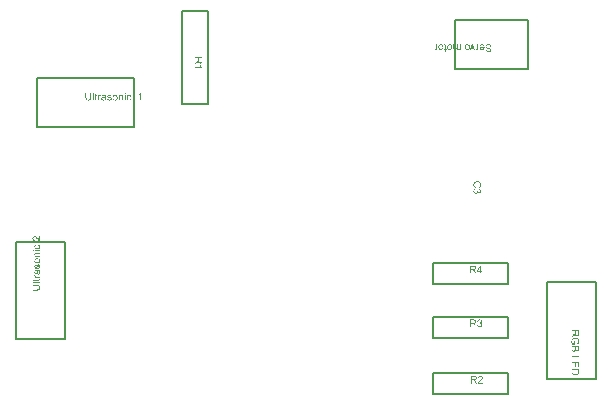
<source format=gbr>
G04*
G04 #@! TF.GenerationSoftware,Altium Limited,Altium Designer,22.4.2 (48)*
G04*
G04 Layer_Color=16711935*
%FSLAX44Y44*%
%MOMM*%
G71*
G04*
G04 #@! TF.SameCoordinates,526C220A-A096-4E3C-8F2C-01EC2D9484EB*
G04*
G04*
G04 #@! TF.FilePolarity,Positive*
G04*
G01*
G75*
%ADD12C,0.2000*%
G36*
X53139Y196808D02*
X53130D01*
X53093D01*
X53037D01*
X52963Y196818D01*
X52880Y196827D01*
X52788Y196845D01*
X52695Y196864D01*
X52594Y196901D01*
X52584D01*
X52575Y196910D01*
X52520Y196929D01*
X52436Y196966D01*
X52325Y197021D01*
X52196Y197095D01*
X52048Y197188D01*
X51900Y197289D01*
X51743Y197419D01*
X51734D01*
X51725Y197437D01*
X51669Y197483D01*
X51586Y197567D01*
X51466Y197687D01*
X51327Y197826D01*
X51160Y198001D01*
X50976Y198214D01*
X50781Y198445D01*
X50772Y198454D01*
X50745Y198491D01*
X50698Y198547D01*
X50643Y198611D01*
X50569Y198695D01*
X50486Y198796D01*
X50393Y198898D01*
X50291Y199018D01*
X50069Y199249D01*
X49848Y199480D01*
X49737Y199591D01*
X49626Y199693D01*
X49524Y199786D01*
X49422Y199860D01*
X49413D01*
X49404Y199878D01*
X49376Y199897D01*
X49339Y199915D01*
X49237Y199980D01*
X49117Y200054D01*
X48969Y200118D01*
X48812Y200183D01*
X48636Y200220D01*
X48470Y200239D01*
X48461D01*
X48451D01*
X48396Y200229D01*
X48304Y200220D01*
X48202Y200192D01*
X48073Y200155D01*
X47943Y200091D01*
X47814Y200007D01*
X47684Y199897D01*
X47666Y199878D01*
X47629Y199832D01*
X47583Y199767D01*
X47518Y199665D01*
X47462Y199536D01*
X47407Y199388D01*
X47370Y199212D01*
X47361Y199018D01*
Y198963D01*
X47370Y198926D01*
X47379Y198815D01*
X47407Y198685D01*
X47444Y198547D01*
X47509Y198389D01*
X47592Y198242D01*
X47703Y198103D01*
X47721Y198084D01*
X47767Y198047D01*
X47841Y197992D01*
X47952Y197936D01*
X48082Y197872D01*
X48248Y197816D01*
X48433Y197779D01*
X48646Y197761D01*
X48562Y196956D01*
X48553D01*
X48526Y196966D01*
X48479D01*
X48415Y196975D01*
X48341Y196993D01*
X48257Y197012D01*
X48156Y197040D01*
X48054Y197067D01*
X47832Y197141D01*
X47610Y197252D01*
X47499Y197317D01*
X47388Y197400D01*
X47287Y197483D01*
X47194Y197576D01*
X47185Y197585D01*
X47176Y197604D01*
X47148Y197631D01*
X47120Y197678D01*
X47083Y197733D01*
X47046Y197798D01*
X47000Y197872D01*
X46954Y197964D01*
X46908Y198066D01*
X46861Y198177D01*
X46824Y198297D01*
X46787Y198426D01*
X46760Y198565D01*
X46732Y198713D01*
X46723Y198870D01*
X46713Y199037D01*
Y199129D01*
X46723Y199194D01*
X46732Y199268D01*
X46741Y199360D01*
X46760Y199462D01*
X46778Y199564D01*
X46843Y199804D01*
X46935Y200044D01*
X46991Y200165D01*
X47056Y200285D01*
X47139Y200396D01*
X47231Y200497D01*
X47240Y200507D01*
X47250Y200525D01*
X47287Y200544D01*
X47324Y200581D01*
X47370Y200627D01*
X47435Y200673D01*
X47499Y200719D01*
X47583Y200775D01*
X47758Y200867D01*
X47980Y200960D01*
X48091Y200997D01*
X48220Y201015D01*
X48350Y201034D01*
X48488Y201043D01*
X48507D01*
X48553D01*
X48627Y201034D01*
X48729Y201024D01*
X48840Y201006D01*
X48969Y200969D01*
X49108Y200932D01*
X49247Y200877D01*
X49265Y200867D01*
X49311Y200849D01*
X49385Y200812D01*
X49487Y200756D01*
X49598Y200682D01*
X49737Y200590D01*
X49875Y200479D01*
X50033Y200350D01*
X50051Y200331D01*
X50107Y200285D01*
X50153Y200239D01*
X50199Y200192D01*
X50254Y200137D01*
X50328Y200063D01*
X50402Y199989D01*
X50486Y199897D01*
X50578Y199804D01*
X50680Y199693D01*
X50781Y199573D01*
X50902Y199443D01*
X51022Y199296D01*
X51151Y199148D01*
X51160Y199138D01*
X51179Y199120D01*
X51207Y199083D01*
X51244Y199037D01*
X51299Y198981D01*
X51355Y198916D01*
X51475Y198769D01*
X51613Y198611D01*
X51752Y198463D01*
X51872Y198334D01*
X51919Y198279D01*
X51965Y198232D01*
X51974Y198223D01*
X52002Y198195D01*
X52039Y198158D01*
X52094Y198112D01*
X52159Y198066D01*
X52224Y198010D01*
X52381Y197899D01*
Y201052D01*
X53139D01*
Y196808D01*
D02*
G37*
G36*
X51577Y193970D02*
X51613Y193961D01*
X51669Y193952D01*
X51743Y193933D01*
X51817Y193915D01*
X52002Y193850D01*
X52196Y193767D01*
X52409Y193647D01*
X52612Y193498D01*
X52705Y193415D01*
X52797Y193323D01*
X52806Y193314D01*
X52815Y193295D01*
X52834Y193267D01*
X52862Y193230D01*
X52899Y193184D01*
X52936Y193120D01*
X52973Y193046D01*
X53019Y192971D01*
X53102Y192787D01*
X53167Y192565D01*
X53222Y192324D01*
X53232Y192186D01*
X53241Y192047D01*
Y191954D01*
X53232Y191890D01*
X53222Y191807D01*
X53204Y191714D01*
X53185Y191612D01*
X53167Y191502D01*
X53093Y191252D01*
X53037Y191132D01*
X52982Y191002D01*
X52908Y190873D01*
X52825Y190753D01*
X52732Y190632D01*
X52621Y190522D01*
X52612Y190512D01*
X52594Y190494D01*
X52557Y190466D01*
X52510Y190429D01*
X52446Y190392D01*
X52362Y190337D01*
X52270Y190290D01*
X52168Y190235D01*
X52048Y190179D01*
X51909Y190133D01*
X51771Y190078D01*
X51604Y190041D01*
X51438Y190004D01*
X51244Y189976D01*
X51050Y189958D01*
X50837Y189948D01*
X50828D01*
X50800D01*
X50763D01*
X50708D01*
X50643Y189958D01*
X50569D01*
X50486Y189967D01*
X50393Y189976D01*
X50190Y190004D01*
X49968Y190050D01*
X49746Y190105D01*
X49524Y190189D01*
X49515D01*
X49496Y190198D01*
X49469Y190216D01*
X49432Y190235D01*
X49330Y190290D01*
X49210Y190373D01*
X49071Y190485D01*
X48932Y190614D01*
X48794Y190771D01*
X48683Y190947D01*
Y190956D01*
X48673Y190975D01*
X48655Y191002D01*
X48636Y191039D01*
X48618Y191085D01*
X48590Y191141D01*
X48535Y191280D01*
X48488Y191437D01*
X48442Y191631D01*
X48405Y191834D01*
X48396Y192056D01*
Y192130D01*
X48405Y192186D01*
Y192241D01*
X48415Y192315D01*
X48442Y192491D01*
X48488Y192685D01*
X48562Y192888D01*
X48655Y193092D01*
X48784Y193286D01*
Y193295D01*
X48803Y193304D01*
X48858Y193360D01*
X48942Y193443D01*
X49062Y193545D01*
X49210Y193647D01*
X49395Y193748D01*
X49607Y193841D01*
X49857Y193905D01*
X49977Y193138D01*
X49968D01*
X49959Y193129D01*
X49903Y193120D01*
X49820Y193092D01*
X49718Y193046D01*
X49607Y192999D01*
X49487Y192925D01*
X49376Y192842D01*
X49284Y192750D01*
X49274Y192740D01*
X49247Y192703D01*
X49210Y192639D01*
X49163Y192565D01*
X49117Y192463D01*
X49080Y192352D01*
X49053Y192223D01*
X49043Y192084D01*
Y192029D01*
X49053Y191982D01*
X49062Y191881D01*
X49099Y191742D01*
X49145Y191594D01*
X49219Y191427D01*
X49330Y191270D01*
X49395Y191196D01*
X49469Y191122D01*
X49478D01*
X49487Y191104D01*
X49515Y191085D01*
X49552Y191067D01*
X49598Y191039D01*
X49654Y191002D01*
X49718Y190975D01*
X49792Y190938D01*
X49885Y190900D01*
X49986Y190873D01*
X50097Y190836D01*
X50217Y190808D01*
X50347Y190790D01*
X50495Y190771D01*
X50652Y190753D01*
X50818D01*
X50828D01*
X50855D01*
X50911D01*
X50966Y190762D01*
X51050D01*
X51133Y190771D01*
X51336Y190799D01*
X51558Y190836D01*
X51789Y190900D01*
X51993Y190984D01*
X52094Y191039D01*
X52178Y191104D01*
X52196Y191122D01*
X52242Y191169D01*
X52307Y191252D01*
X52381Y191354D01*
X52464Y191492D01*
X52529Y191649D01*
X52575Y191834D01*
X52584Y191936D01*
X52594Y192038D01*
Y192056D01*
X52584Y192112D01*
X52575Y192204D01*
X52557Y192306D01*
X52529Y192426D01*
X52473Y192556D01*
X52409Y192685D01*
X52316Y192805D01*
X52307Y192824D01*
X52261Y192851D01*
X52196Y192907D01*
X52094Y192971D01*
X51974Y193036D01*
X51826Y193110D01*
X51641Y193166D01*
X51438Y193203D01*
X51540Y193979D01*
X51549D01*
X51577Y193970D01*
D02*
G37*
G36*
X53139Y188192D02*
X48498D01*
Y188977D01*
X53139D01*
Y188192D01*
D02*
G37*
G36*
X47638D02*
X46741D01*
Y188977D01*
X47638D01*
Y188192D01*
D02*
G37*
G36*
X53139Y186194D02*
X50328D01*
X50319D01*
X50310D01*
X50245D01*
X50162D01*
X50060Y186185D01*
X49940Y186176D01*
X49820Y186157D01*
X49709Y186130D01*
X49607Y186102D01*
X49598D01*
X49570Y186084D01*
X49524Y186056D01*
X49469Y186028D01*
X49413Y185982D01*
X49348Y185926D01*
X49284Y185852D01*
X49228Y185769D01*
X49219Y185760D01*
X49200Y185732D01*
X49182Y185677D01*
X49154Y185612D01*
X49127Y185538D01*
X49099Y185446D01*
X49089Y185335D01*
X49080Y185224D01*
Y185177D01*
X49089Y185140D01*
X49099Y185048D01*
X49117Y184928D01*
X49163Y184798D01*
X49219Y184650D01*
X49293Y184503D01*
X49404Y184364D01*
X49422Y184345D01*
X49469Y184308D01*
X49506Y184281D01*
X49552Y184253D01*
X49607Y184216D01*
X49672Y184188D01*
X49746Y184151D01*
X49838Y184114D01*
X49940Y184086D01*
X50051Y184059D01*
X50171Y184040D01*
X50301Y184022D01*
X50458Y184003D01*
X50615D01*
X53139D01*
Y183217D01*
X48498D01*
Y183920D01*
X49163D01*
X49154Y183929D01*
X49127Y183948D01*
X49089Y183976D01*
X49043Y184013D01*
X48988Y184068D01*
X48923Y184133D01*
X48849Y184207D01*
X48775Y184299D01*
X48710Y184392D01*
X48636Y184503D01*
X48572Y184623D01*
X48516Y184752D01*
X48470Y184900D01*
X48433Y185048D01*
X48405Y185215D01*
X48396Y185390D01*
Y185464D01*
X48405Y185538D01*
X48415Y185640D01*
X48433Y185760D01*
X48461Y185889D01*
X48498Y186028D01*
X48553Y186157D01*
X48562Y186176D01*
X48581Y186213D01*
X48609Y186278D01*
X48655Y186352D01*
X48710Y186444D01*
X48784Y186527D01*
X48858Y186611D01*
X48951Y186684D01*
X48960Y186694D01*
X48997Y186712D01*
X49043Y186740D01*
X49108Y186786D01*
X49200Y186823D01*
X49293Y186860D01*
X49404Y186906D01*
X49524Y186934D01*
X49533D01*
X49570Y186943D01*
X49626Y186953D01*
X49700Y186962D01*
X49811D01*
X49940Y186971D01*
X50097Y186980D01*
X50291D01*
X53139D01*
Y186194D01*
D02*
G37*
G36*
X50976Y182284D02*
X51068Y182274D01*
X51160D01*
X51262Y182256D01*
X51493Y182228D01*
X51725Y182173D01*
X51956Y182108D01*
X52168Y182015D01*
X52178D01*
X52187Y182006D01*
X52214Y181988D01*
X52252Y181969D01*
X52344Y181905D01*
X52455Y181821D01*
X52584Y181710D01*
X52714Y181572D01*
X52843Y181415D01*
X52963Y181230D01*
Y181220D01*
X52973Y181211D01*
X52991Y181183D01*
X53010Y181137D01*
X53028Y181091D01*
X53047Y181035D01*
X53102Y180897D01*
X53148Y180740D01*
X53194Y180546D01*
X53232Y180342D01*
X53241Y180120D01*
Y180028D01*
X53232Y179954D01*
X53222Y179870D01*
X53204Y179778D01*
X53185Y179667D01*
X53167Y179556D01*
X53093Y179307D01*
X53037Y179168D01*
X52982Y179038D01*
X52908Y178909D01*
X52825Y178780D01*
X52732Y178659D01*
X52621Y178539D01*
X52612Y178530D01*
X52594Y178511D01*
X52557Y178484D01*
X52501Y178447D01*
X52436Y178400D01*
X52362Y178354D01*
X52270Y178299D01*
X52159Y178243D01*
X52039Y178188D01*
X51900Y178132D01*
X51752Y178086D01*
X51595Y178040D01*
X51419Y178003D01*
X51234Y177975D01*
X51031Y177957D01*
X50818Y177947D01*
X50800D01*
X50763D01*
X50698Y177957D01*
X50606D01*
X50504Y177966D01*
X50375Y177984D01*
X50245Y178003D01*
X50097Y178040D01*
X49949Y178077D01*
X49792Y178123D01*
X49626Y178179D01*
X49469Y178253D01*
X49321Y178326D01*
X49173Y178428D01*
X49034Y178530D01*
X48914Y178659D01*
X48905Y178669D01*
X48895Y178687D01*
X48868Y178724D01*
X48831Y178770D01*
X48794Y178826D01*
X48747Y178900D01*
X48701Y178974D01*
X48655Y179066D01*
X48609Y179168D01*
X48562Y179279D01*
X48479Y179528D01*
X48415Y179815D01*
X48405Y179963D01*
X48396Y180120D01*
Y180213D01*
X48405Y180277D01*
X48415Y180361D01*
X48433Y180453D01*
X48451Y180555D01*
X48470Y180675D01*
X48553Y180924D01*
X48600Y181054D01*
X48664Y181183D01*
X48729Y181313D01*
X48821Y181442D01*
X48914Y181562D01*
X49025Y181683D01*
X49034Y181692D01*
X49053Y181710D01*
X49089Y181738D01*
X49136Y181775D01*
X49200Y181821D01*
X49284Y181877D01*
X49376Y181932D01*
X49478Y181988D01*
X49589Y182043D01*
X49727Y182099D01*
X49866Y182154D01*
X50023Y182200D01*
X50190Y182237D01*
X50365Y182265D01*
X50550Y182284D01*
X50754Y182293D01*
X50763D01*
X50791D01*
X50837D01*
X50902D01*
X50976Y182284D01*
D02*
G37*
G36*
X51919Y177300D02*
X52020Y177282D01*
X52131Y177254D01*
X52252Y177208D01*
X52390Y177152D01*
X52520Y177078D01*
X52538Y177069D01*
X52575Y177032D01*
X52640Y176986D01*
X52714Y176912D01*
X52797Y176810D01*
X52889Y176699D01*
X52973Y176570D01*
X53056Y176413D01*
Y176403D01*
X53065Y176394D01*
X53084Y176339D01*
X53111Y176246D01*
X53148Y176126D01*
X53185Y175978D01*
X53213Y175812D01*
X53232Y175636D01*
X53241Y175433D01*
Y175349D01*
X53232Y175285D01*
Y175211D01*
X53222Y175118D01*
X53213Y175026D01*
X53194Y174924D01*
X53148Y174702D01*
X53084Y174471D01*
X52991Y174249D01*
X52936Y174147D01*
X52871Y174055D01*
X52862Y174046D01*
X52852Y174037D01*
X52797Y173981D01*
X52714Y173898D01*
X52584Y173805D01*
X52427Y173704D01*
X52242Y173602D01*
X52011Y173519D01*
X51752Y173454D01*
X51632Y174231D01*
X51641D01*
X51651D01*
X51706Y174249D01*
X51798Y174268D01*
X51900Y174305D01*
X52011Y174351D01*
X52131Y174406D01*
X52252Y174490D01*
X52353Y174591D01*
X52362Y174610D01*
X52390Y174647D01*
X52427Y174721D01*
X52473Y174813D01*
X52520Y174933D01*
X52557Y175072D01*
X52584Y175238D01*
X52594Y175433D01*
Y175525D01*
X52584Y175618D01*
X52566Y175738D01*
X52538Y175867D01*
X52501Y176006D01*
X52455Y176126D01*
X52381Y176237D01*
X52372Y176246D01*
X52344Y176283D01*
X52298Y176320D01*
X52233Y176376D01*
X52159Y176422D01*
X52067Y176468D01*
X51974Y176496D01*
X51863Y176505D01*
X51854D01*
X51817D01*
X51771Y176496D01*
X51706Y176477D01*
X51641Y176450D01*
X51577Y176403D01*
X51503Y176348D01*
X51447Y176265D01*
X51438Y176255D01*
X51429Y176228D01*
X51401Y176182D01*
X51373Y176108D01*
X51336Y175997D01*
X51308Y175932D01*
X51290Y175858D01*
X51262Y175775D01*
X51234Y175682D01*
X51207Y175581D01*
X51179Y175460D01*
Y175451D01*
X51170Y175423D01*
X51160Y175377D01*
X51142Y175322D01*
X51123Y175248D01*
X51096Y175165D01*
X51050Y174989D01*
X50985Y174785D01*
X50929Y174591D01*
X50865Y174406D01*
X50828Y174323D01*
X50800Y174258D01*
X50791Y174240D01*
X50772Y174203D01*
X50735Y174147D01*
X50689Y174074D01*
X50624Y173990D01*
X50550Y173907D01*
X50467Y173824D01*
X50365Y173750D01*
X50356Y173741D01*
X50319Y173722D01*
X50254Y173694D01*
X50181Y173667D01*
X50088Y173639D01*
X49977Y173611D01*
X49866Y173593D01*
X49737Y173584D01*
X49718D01*
X49681D01*
X49626Y173593D01*
X49542Y173602D01*
X49459Y173620D01*
X49358Y173639D01*
X49265Y173676D01*
X49163Y173722D01*
X49154Y173731D01*
X49117Y173750D01*
X49071Y173778D01*
X49006Y173824D01*
X48942Y173879D01*
X48858Y173944D01*
X48784Y174018D01*
X48720Y174111D01*
X48710Y174120D01*
X48701Y174147D01*
X48673Y174184D01*
X48646Y174240D01*
X48609Y174314D01*
X48572Y174397D01*
X48535Y174499D01*
X48498Y174610D01*
X48488Y174628D01*
X48479Y174665D01*
X48461Y174730D01*
X48442Y174813D01*
X48424Y174915D01*
X48415Y175026D01*
X48396Y175155D01*
Y175377D01*
X48405Y175479D01*
X48415Y175618D01*
X48433Y175765D01*
X48470Y175923D01*
X48507Y176089D01*
X48562Y176246D01*
Y176255D01*
X48572Y176265D01*
X48590Y176311D01*
X48627Y176385D01*
X48673Y176477D01*
X48738Y176579D01*
X48812Y176681D01*
X48895Y176773D01*
X48988Y176856D01*
X48997Y176866D01*
X49034Y176884D01*
X49099Y176921D01*
X49173Y176967D01*
X49284Y177014D01*
X49404Y177060D01*
X49542Y177097D01*
X49700Y177134D01*
X49801Y176366D01*
X49783D01*
X49746Y176357D01*
X49681Y176339D01*
X49598Y176311D01*
X49515Y176265D01*
X49422Y176209D01*
X49330Y176145D01*
X49247Y176052D01*
X49237Y176043D01*
X49219Y176006D01*
X49182Y175950D01*
X49145Y175867D01*
X49108Y175775D01*
X49071Y175655D01*
X49053Y175507D01*
X49043Y175349D01*
Y175257D01*
X49053Y175165D01*
X49062Y175044D01*
X49089Y174924D01*
X49117Y174795D01*
X49163Y174674D01*
X49228Y174573D01*
X49237Y174564D01*
X49256Y174536D01*
X49293Y174499D01*
X49348Y174462D01*
X49404Y174416D01*
X49478Y174379D01*
X49561Y174351D01*
X49644Y174342D01*
X49654D01*
X49672D01*
X49700Y174351D01*
X49737D01*
X49829Y174379D01*
X49922Y174434D01*
X49931Y174443D01*
X49940Y174453D01*
X49968Y174471D01*
X49996Y174508D01*
X50023Y174545D01*
X50060Y174601D01*
X50088Y174665D01*
X50125Y174739D01*
Y174748D01*
X50134Y174767D01*
X50143Y174804D01*
X50171Y174869D01*
X50199Y174961D01*
X50227Y175081D01*
X50254Y175155D01*
X50273Y175238D01*
X50301Y175331D01*
X50328Y175433D01*
Y175442D01*
X50338Y175470D01*
X50347Y175516D01*
X50365Y175571D01*
X50384Y175636D01*
X50402Y175719D01*
X50458Y175895D01*
X50513Y176089D01*
X50578Y176283D01*
X50643Y176459D01*
X50670Y176533D01*
X50698Y176598D01*
X50708Y176616D01*
X50726Y176653D01*
X50754Y176709D01*
X50800Y176792D01*
X50855Y176875D01*
X50929Y176958D01*
X51013Y177041D01*
X51105Y177115D01*
X51114Y177125D01*
X51151Y177143D01*
X51207Y177180D01*
X51290Y177217D01*
X51392Y177245D01*
X51503Y177282D01*
X51632Y177300D01*
X51780Y177309D01*
X51798D01*
X51845D01*
X51919Y177300D01*
D02*
G37*
G36*
X53139Y171975D02*
X53130Y171966D01*
X53093Y171956D01*
X53047Y171938D01*
X52973Y171910D01*
X52889Y171882D01*
X52788Y171864D01*
X52677Y171845D01*
X52557Y171827D01*
Y171818D01*
X52575Y171808D01*
X52621Y171753D01*
X52686Y171670D01*
X52769Y171559D01*
X52852Y171420D01*
X52945Y171281D01*
X53028Y171133D01*
X53093Y170976D01*
X53102Y170958D01*
X53111Y170902D01*
X53139Y170819D01*
X53167Y170717D01*
X53194Y170588D01*
X53213Y170440D01*
X53232Y170274D01*
X53241Y170107D01*
Y170033D01*
X53232Y169978D01*
Y169913D01*
X53222Y169839D01*
X53194Y169673D01*
X53148Y169488D01*
X53084Y169284D01*
X52991Y169099D01*
X52871Y168933D01*
X52852Y168915D01*
X52806Y168868D01*
X52723Y168804D01*
X52612Y168730D01*
X52473Y168656D01*
X52316Y168591D01*
X52122Y168545D01*
X52030Y168535D01*
X51919Y168526D01*
X51900D01*
X51863D01*
X51798Y168535D01*
X51715Y168545D01*
X51613Y168563D01*
X51512Y168591D01*
X51401Y168628D01*
X51299Y168674D01*
X51290Y168683D01*
X51253Y168702D01*
X51198Y168739D01*
X51133Y168785D01*
X51059Y168841D01*
X50985Y168915D01*
X50911Y168988D01*
X50846Y169081D01*
X50837Y169090D01*
X50818Y169127D01*
X50781Y169173D01*
X50745Y169247D01*
X50708Y169331D01*
X50661Y169432D01*
X50624Y169534D01*
X50587Y169654D01*
Y169663D01*
X50578Y169700D01*
X50560Y169756D01*
X50550Y169830D01*
X50532Y169922D01*
X50513Y170042D01*
X50486Y170181D01*
X50467Y170348D01*
Y170357D01*
X50458Y170394D01*
Y170440D01*
X50449Y170505D01*
X50439Y170579D01*
X50421Y170671D01*
X50412Y170773D01*
X50393Y170884D01*
X50347Y171106D01*
X50301Y171346D01*
X50245Y171559D01*
X50217Y171660D01*
X50190Y171753D01*
X50181D01*
X50162D01*
X50107Y171762D01*
X50042D01*
X50005D01*
X49986D01*
X49977D01*
X49968D01*
X49912D01*
X49820Y171753D01*
X49718Y171734D01*
X49607Y171707D01*
X49496Y171660D01*
X49395Y171605D01*
X49311Y171531D01*
X49302Y171522D01*
X49265Y171476D01*
X49228Y171402D01*
X49173Y171309D01*
X49127Y171180D01*
X49080Y171032D01*
X49053Y170847D01*
X49043Y170634D01*
Y170542D01*
X49053Y170449D01*
X49071Y170320D01*
X49089Y170190D01*
X49127Y170052D01*
X49173Y169922D01*
X49237Y169811D01*
X49247Y169802D01*
X49274Y169765D01*
X49321Y169719D01*
X49395Y169663D01*
X49487Y169608D01*
X49607Y169543D01*
X49755Y169488D01*
X49922Y169432D01*
X49820Y168665D01*
X49811D01*
X49801Y168674D01*
X49774D01*
X49737Y168683D01*
X49654Y168711D01*
X49533Y168748D01*
X49413Y168794D01*
X49284Y168850D01*
X49154Y168924D01*
X49034Y169007D01*
X49025Y169016D01*
X48988Y169053D01*
X48932Y169109D01*
X48858Y169183D01*
X48784Y169284D01*
X48710Y169405D01*
X48627Y169543D01*
X48562Y169700D01*
Y169710D01*
X48553Y169719D01*
X48544Y169747D01*
X48535Y169784D01*
X48507Y169876D01*
X48479Y170005D01*
X48451Y170153D01*
X48424Y170338D01*
X48405Y170532D01*
X48396Y170754D01*
Y170856D01*
X48405Y170958D01*
X48415Y171096D01*
X48433Y171254D01*
X48461Y171411D01*
X48498Y171568D01*
X48544Y171716D01*
X48553Y171734D01*
X48572Y171781D01*
X48600Y171845D01*
X48636Y171929D01*
X48692Y172021D01*
X48747Y172113D01*
X48821Y172197D01*
X48895Y172271D01*
X48905Y172280D01*
X48932Y172298D01*
X48979Y172326D01*
X49034Y172363D01*
X49117Y172409D01*
X49200Y172446D01*
X49302Y172483D01*
X49422Y172511D01*
X49432D01*
X49459Y172520D01*
X49515Y172530D01*
X49589Y172539D01*
X49690D01*
X49811Y172548D01*
X49968Y172557D01*
X50143D01*
X51198D01*
X51207D01*
X51244D01*
X51299D01*
X51373D01*
X51456D01*
X51558D01*
X51780Y172567D01*
X52011D01*
X52242Y172576D01*
X52344Y172585D01*
X52436D01*
X52520Y172594D01*
X52584Y172603D01*
X52594D01*
X52631Y172613D01*
X52686Y172622D01*
X52760Y172650D01*
X52843Y172668D01*
X52936Y172705D01*
X53037Y172751D01*
X53139Y172798D01*
Y171975D01*
D02*
G37*
G36*
X49376Y168036D02*
X49367Y168027D01*
X49348Y167990D01*
X49321Y167934D01*
X49293Y167861D01*
X49265Y167777D01*
X49237Y167676D01*
X49219Y167574D01*
X49210Y167472D01*
Y167426D01*
X49219Y167380D01*
X49228Y167315D01*
X49247Y167250D01*
X49274Y167167D01*
X49311Y167084D01*
X49367Y167010D01*
X49376Y167001D01*
X49395Y166973D01*
X49432Y166945D01*
X49478Y166899D01*
X49542Y166853D01*
X49616Y166807D01*
X49700Y166760D01*
X49801Y166723D01*
X49820Y166714D01*
X49875Y166705D01*
X49959Y166686D01*
X50069Y166659D01*
X50208Y166631D01*
X50365Y166612D01*
X50532Y166603D01*
X50717Y166594D01*
X53139D01*
Y165808D01*
X48498D01*
Y166520D01*
X49200D01*
X49191Y166529D01*
X49127Y166566D01*
X49043Y166612D01*
X48942Y166686D01*
X48840Y166760D01*
X48729Y166843D01*
X48636Y166927D01*
X48562Y167010D01*
X48553Y167019D01*
X48535Y167047D01*
X48507Y167102D01*
X48479Y167158D01*
X48451Y167232D01*
X48424Y167324D01*
X48405Y167417D01*
X48396Y167518D01*
Y167583D01*
X48405Y167666D01*
X48424Y167768D01*
X48461Y167888D01*
X48507Y168018D01*
X48572Y168166D01*
X48655Y168323D01*
X49376Y168036D01*
D02*
G37*
G36*
X53139Y165124D02*
X53148Y165087D01*
X53158Y165022D01*
X53167Y164939D01*
X53185Y164846D01*
X53194Y164745D01*
X53204Y164541D01*
Y164467D01*
X53194Y164393D01*
X53185Y164301D01*
X53176Y164190D01*
X53148Y164079D01*
X53121Y163977D01*
X53074Y163876D01*
X53065Y163866D01*
X53047Y163839D01*
X53019Y163802D01*
X52973Y163746D01*
X52926Y163700D01*
X52862Y163645D01*
X52797Y163589D01*
X52714Y163552D01*
X52705D01*
X52667Y163534D01*
X52603Y163524D01*
X52510Y163506D01*
X52390Y163487D01*
X52316Y163478D01*
X52233D01*
X52131Y163469D01*
X52030Y163460D01*
X51919D01*
X51789D01*
X49108D01*
Y162877D01*
X48498D01*
Y163460D01*
X47351D01*
X46880Y164245D01*
X48498D01*
Y165041D01*
X49108D01*
Y164245D01*
X51835D01*
X51854D01*
X51891D01*
X51946D01*
X52011Y164255D01*
X52159Y164264D01*
X52224Y164273D01*
X52270Y164282D01*
X52288Y164292D01*
X52325Y164319D01*
X52372Y164356D01*
X52418Y164421D01*
X52427Y164440D01*
X52446Y164486D01*
X52464Y164569D01*
X52473Y164689D01*
Y164782D01*
X52464Y164828D01*
Y164893D01*
X52455Y164967D01*
X52446Y165041D01*
X53139Y165142D01*
Y165124D01*
D02*
G37*
G36*
Y161324D02*
X46741D01*
Y162110D01*
X53139D01*
Y161324D01*
D02*
G37*
G36*
X50680Y160020D02*
X50772D01*
X50883Y160011D01*
X50994Y160002D01*
X51244Y159974D01*
X51503Y159937D01*
X51752Y159881D01*
X51872Y159845D01*
X51983Y159808D01*
X51993D01*
X52011Y159798D01*
X52039Y159780D01*
X52076Y159761D01*
X52178Y159706D01*
X52307Y159623D01*
X52455Y159512D01*
X52603Y159382D01*
X52760Y159216D01*
X52899Y159012D01*
Y159003D01*
X52917Y158985D01*
X52926Y158957D01*
X52954Y158911D01*
X52982Y158855D01*
X53010Y158781D01*
X53037Y158707D01*
X53074Y158615D01*
X53111Y158513D01*
X53139Y158402D01*
X53167Y158282D01*
X53194Y158143D01*
X53213Y158005D01*
X53232Y157857D01*
X53250Y157524D01*
Y157441D01*
X53241Y157376D01*
Y157302D01*
X53232Y157210D01*
X53222Y157108D01*
X53213Y157006D01*
X53176Y156775D01*
X53121Y156525D01*
X53047Y156285D01*
X52945Y156054D01*
Y156045D01*
X52926Y156026D01*
X52908Y155998D01*
X52889Y155961D01*
X52815Y155860D01*
X52714Y155739D01*
X52584Y155601D01*
X52436Y155471D01*
X52252Y155342D01*
X52048Y155240D01*
X52039D01*
X52020Y155231D01*
X51983Y155222D01*
X51937Y155203D01*
X51882Y155185D01*
X51808Y155166D01*
X51725Y155139D01*
X51623Y155120D01*
X51512Y155102D01*
X51392Y155074D01*
X51262Y155055D01*
X51123Y155037D01*
X50966Y155018D01*
X50800Y155009D01*
X50624Y155000D01*
X50439D01*
X46741D01*
Y155850D01*
X50439D01*
X50449D01*
X50476D01*
X50523D01*
X50578D01*
X50643Y155860D01*
X50726D01*
X50902Y155869D01*
X51105Y155887D01*
X51308Y155915D01*
X51503Y155952D01*
X51586Y155971D01*
X51669Y155998D01*
X51687Y156008D01*
X51734Y156026D01*
X51798Y156072D01*
X51891Y156128D01*
X51983Y156193D01*
X52085Y156285D01*
X52187Y156396D01*
X52270Y156525D01*
X52279Y156544D01*
X52307Y156590D01*
X52335Y156673D01*
X52372Y156784D01*
X52418Y156914D01*
X52446Y157080D01*
X52473Y157256D01*
X52483Y157450D01*
Y157542D01*
X52473Y157598D01*
Y157681D01*
X52464Y157764D01*
X52427Y157968D01*
X52381Y158190D01*
X52307Y158402D01*
X52205Y158606D01*
X52140Y158698D01*
X52067Y158781D01*
X52057Y158791D01*
X52048Y158800D01*
X52020Y158818D01*
X51983Y158846D01*
X51928Y158874D01*
X51872Y158911D01*
X51789Y158948D01*
X51706Y158985D01*
X51604Y159022D01*
X51484Y159049D01*
X51345Y159086D01*
X51198Y159114D01*
X51031Y159142D01*
X50855Y159160D01*
X50652Y159179D01*
X50439D01*
X46741D01*
Y160030D01*
X50439D01*
X50449D01*
X50486D01*
X50532D01*
X50596D01*
X50680Y160020D01*
D02*
G37*
G36*
X423522Y247491D02*
X423615D01*
X423707Y247482D01*
X423828Y247472D01*
X423948Y247454D01*
X424216Y247408D01*
X424512Y247343D01*
X424808Y247250D01*
X425094Y247121D01*
X425103Y247112D01*
X425131Y247103D01*
X425168Y247084D01*
X425214Y247047D01*
X425279Y247010D01*
X425353Y246964D01*
X425519Y246844D01*
X425704Y246686D01*
X425889Y246502D01*
X426074Y246289D01*
X426231Y246039D01*
X426241Y246030D01*
X426250Y246002D01*
X426268Y245965D01*
X426296Y245919D01*
X426324Y245845D01*
X426352Y245771D01*
X426389Y245679D01*
X426426Y245577D01*
X426463Y245466D01*
X426499Y245346D01*
X426555Y245087D01*
X426601Y244791D01*
X426620Y244486D01*
Y244394D01*
X426610Y244329D01*
X426601Y244246D01*
X426592Y244144D01*
X426583Y244042D01*
X426555Y243922D01*
X426499Y243672D01*
X426416Y243395D01*
X426361Y243256D01*
X426296Y243127D01*
X426213Y242997D01*
X426130Y242868D01*
X426120Y242859D01*
X426111Y242840D01*
X426083Y242803D01*
X426037Y242757D01*
X425991Y242711D01*
X425926Y242646D01*
X425852Y242581D01*
X425778Y242507D01*
X425686Y242433D01*
X425575Y242360D01*
X425464Y242276D01*
X425344Y242202D01*
X425205Y242138D01*
X425066Y242064D01*
X424919Y242008D01*
X424752Y241953D01*
X424558Y242785D01*
X424567D01*
X424586Y242794D01*
X424623Y242813D01*
X424669Y242831D01*
X424724Y242850D01*
X424798Y242877D01*
X424946Y242951D01*
X425113Y243044D01*
X425279Y243155D01*
X425436Y243293D01*
X425575Y243441D01*
X425593Y243460D01*
X425630Y243515D01*
X425677Y243608D01*
X425741Y243728D01*
X425797Y243885D01*
X425852Y244061D01*
X425889Y244273D01*
X425899Y244505D01*
Y244578D01*
X425889Y244625D01*
Y244689D01*
X425880Y244763D01*
X425852Y244939D01*
X425815Y245133D01*
X425751Y245337D01*
X425658Y245549D01*
X425538Y245743D01*
Y245753D01*
X425519Y245762D01*
X425473Y245827D01*
X425399Y245910D01*
X425288Y246012D01*
X425150Y246132D01*
X424992Y246243D01*
X424798Y246344D01*
X424586Y246437D01*
X424576D01*
X424558Y246446D01*
X424530Y246455D01*
X424484Y246465D01*
X424428Y246483D01*
X424364Y246502D01*
X424207Y246529D01*
X424022Y246566D01*
X423818Y246603D01*
X423596Y246622D01*
X423356Y246631D01*
X423347D01*
X423319D01*
X423273D01*
X423217D01*
X423153Y246622D01*
X423069D01*
X422977Y246612D01*
X422875Y246603D01*
X422653Y246576D01*
X422413Y246529D01*
X422173Y246474D01*
X421932Y246400D01*
X421923D01*
X421904Y246391D01*
X421877Y246372D01*
X421830Y246354D01*
X421720Y246298D01*
X421590Y246215D01*
X421442Y246113D01*
X421285Y245984D01*
X421146Y245836D01*
X421017Y245660D01*
Y245651D01*
X421008Y245632D01*
X420989Y245605D01*
X420971Y245568D01*
X420952Y245522D01*
X420924Y245466D01*
X420869Y245337D01*
X420813Y245170D01*
X420767Y244985D01*
X420730Y244782D01*
X420721Y244569D01*
Y244505D01*
X420730Y244449D01*
Y244384D01*
X420739Y244320D01*
X420776Y244153D01*
X420823Y243959D01*
X420897Y243765D01*
X420998Y243561D01*
X421054Y243460D01*
X421128Y243367D01*
X421137Y243358D01*
X421146Y243349D01*
X421174Y243321D01*
X421202Y243284D01*
X421248Y243247D01*
X421303Y243201D01*
X421359Y243145D01*
X421433Y243099D01*
X421516Y243044D01*
X421609Y242979D01*
X421701Y242924D01*
X421812Y242868D01*
X421932Y242822D01*
X422062Y242776D01*
X422200Y242729D01*
X422348Y242692D01*
X422136Y241842D01*
X422126D01*
X422089Y241851D01*
X422034Y241870D01*
X421960Y241897D01*
X421877Y241925D01*
X421775Y241962D01*
X421664Y242008D01*
X421544Y242064D01*
X421285Y242193D01*
X421026Y242360D01*
X420897Y242461D01*
X420767Y242563D01*
X420656Y242674D01*
X420545Y242803D01*
X420536Y242813D01*
X420518Y242831D01*
X420499Y242877D01*
X420462Y242924D01*
X420416Y242997D01*
X420370Y243071D01*
X420323Y243173D01*
X420277Y243275D01*
X420222Y243395D01*
X420176Y243524D01*
X420129Y243663D01*
X420083Y243811D01*
X420046Y243968D01*
X420028Y244135D01*
X420009Y244310D01*
X420000Y244495D01*
Y244597D01*
X420009Y244671D01*
Y244754D01*
X420018Y244856D01*
X420037Y244967D01*
X420055Y245096D01*
X420102Y245364D01*
X420176Y245642D01*
X420277Y245919D01*
X420342Y246049D01*
X420416Y246178D01*
X420425Y246187D01*
X420434Y246206D01*
X420462Y246243D01*
X420499Y246280D01*
X420536Y246335D01*
X420592Y246400D01*
X420656Y246474D01*
X420730Y246548D01*
X420813Y246622D01*
X420897Y246705D01*
X421109Y246871D01*
X421359Y247029D01*
X421636Y247167D01*
X421646D01*
X421673Y247186D01*
X421720Y247195D01*
X421775Y247223D01*
X421849Y247241D01*
X421941Y247269D01*
X422043Y247306D01*
X422154Y247334D01*
X422274Y247361D01*
X422413Y247398D01*
X422700Y247445D01*
X423023Y247482D01*
X423356Y247500D01*
X423365D01*
X423402D01*
X423458D01*
X423522Y247491D01*
D02*
G37*
G36*
X421904Y240326D02*
X421895D01*
X421877Y240316D01*
X421840Y240307D01*
X421793Y240298D01*
X421738Y240289D01*
X421673Y240270D01*
X421535Y240224D01*
X421368Y240159D01*
X421211Y240076D01*
X421063Y239983D01*
X420934Y239872D01*
X420924Y239854D01*
X420887Y239817D01*
X420841Y239743D01*
X420795Y239651D01*
X420739Y239540D01*
X420693Y239401D01*
X420656Y239244D01*
X420647Y239077D01*
Y239022D01*
X420656Y238985D01*
X420666Y238883D01*
X420693Y238754D01*
X420739Y238606D01*
X420804Y238449D01*
X420897Y238291D01*
X421026Y238144D01*
X421045Y238125D01*
X421100Y238079D01*
X421183Y238023D01*
X421294Y237949D01*
X421433Y237875D01*
X421590Y237820D01*
X421775Y237774D01*
X421978Y237755D01*
X421988D01*
X422006D01*
X422034D01*
X422071Y237764D01*
X422173Y237774D01*
X422293Y237801D01*
X422441Y237838D01*
X422589Y237903D01*
X422737Y237996D01*
X422875Y238116D01*
X422894Y238134D01*
X422931Y238181D01*
X422986Y238255D01*
X423051Y238356D01*
X423116Y238486D01*
X423171Y238643D01*
X423208Y238818D01*
X423227Y239013D01*
Y239096D01*
X423217Y239161D01*
X423208Y239244D01*
X423190Y239336D01*
X423171Y239447D01*
X423143Y239567D01*
X423837Y239475D01*
Y239429D01*
X423828Y239392D01*
Y239272D01*
X423846Y239170D01*
X423865Y239050D01*
X423892Y238911D01*
X423938Y238754D01*
X424003Y238606D01*
X424086Y238449D01*
Y238439D01*
X424096Y238430D01*
X424133Y238384D01*
X424197Y238319D01*
X424281Y238245D01*
X424401Y238171D01*
X424539Y238107D01*
X424697Y238060D01*
X424789Y238042D01*
X424891D01*
X424900D01*
X424909D01*
X424965D01*
X425039Y238060D01*
X425140Y238079D01*
X425251Y238116D01*
X425372Y238162D01*
X425492Y238236D01*
X425603Y238338D01*
X425612Y238347D01*
X425649Y238393D01*
X425695Y238458D01*
X425751Y238541D01*
X425797Y238652D01*
X425843Y238782D01*
X425880Y238929D01*
X425889Y239096D01*
Y239170D01*
X425871Y239253D01*
X425852Y239364D01*
X425815Y239484D01*
X425769Y239604D01*
X425695Y239734D01*
X425603Y239854D01*
X425593Y239863D01*
X425547Y239900D01*
X425482Y239956D01*
X425390Y240020D01*
X425270Y240085D01*
X425122Y240150D01*
X424946Y240205D01*
X424743Y240242D01*
X424882Y241028D01*
X424891D01*
X424919Y241019D01*
X424955Y241010D01*
X425011Y241000D01*
X425076Y240982D01*
X425150Y240954D01*
X425325Y240899D01*
X425529Y240806D01*
X425732Y240695D01*
X425926Y240557D01*
X426102Y240381D01*
X426111Y240372D01*
X426120Y240353D01*
X426139Y240326D01*
X426167Y240289D01*
X426204Y240242D01*
X426241Y240178D01*
X426278Y240113D01*
X426324Y240030D01*
X426398Y239845D01*
X426472Y239632D01*
X426518Y239382D01*
X426536Y239253D01*
Y239022D01*
X426527Y238920D01*
X426509Y238800D01*
X426481Y238652D01*
X426435Y238486D01*
X426379Y238319D01*
X426305Y238153D01*
Y238144D01*
X426296Y238134D01*
X426268Y238079D01*
X426213Y237996D01*
X426148Y237903D01*
X426056Y237792D01*
X425954Y237681D01*
X425834Y237570D01*
X425695Y237478D01*
X425677Y237469D01*
X425630Y237441D01*
X425547Y237404D01*
X425446Y237358D01*
X425325Y237311D01*
X425187Y237274D01*
X425029Y237247D01*
X424872Y237237D01*
X424854D01*
X424798D01*
X424724Y237247D01*
X424623Y237265D01*
X424502Y237293D01*
X424373Y237339D01*
X424244Y237395D01*
X424114Y237469D01*
X424096Y237478D01*
X424059Y237506D01*
X423994Y237561D01*
X423920Y237635D01*
X423837Y237728D01*
X423744Y237838D01*
X423661Y237968D01*
X423578Y238125D01*
Y238116D01*
X423569Y238097D01*
X423559Y238070D01*
X423550Y238033D01*
X423513Y237931D01*
X423458Y237801D01*
X423384Y237654D01*
X423291Y237506D01*
X423171Y237367D01*
X423032Y237237D01*
X423014Y237228D01*
X422958Y237191D01*
X422866Y237136D01*
X422746Y237080D01*
X422598Y237025D01*
X422422Y236969D01*
X422219Y236932D01*
X421997Y236923D01*
X421988D01*
X421960D01*
X421914D01*
X421858Y236932D01*
X421784Y236942D01*
X421701Y236960D01*
X421609Y236979D01*
X421507Y236997D01*
X421285Y237071D01*
X421165Y237127D01*
X421054Y237182D01*
X420934Y237256D01*
X420813Y237339D01*
X420693Y237432D01*
X420582Y237543D01*
X420573Y237552D01*
X420555Y237570D01*
X420527Y237607D01*
X420490Y237654D01*
X420444Y237709D01*
X420397Y237783D01*
X420342Y237866D01*
X420296Y237968D01*
X420240Y238070D01*
X420185Y238190D01*
X420139Y238310D01*
X420092Y238449D01*
X420055Y238597D01*
X420028Y238754D01*
X420009Y238911D01*
X420000Y239087D01*
Y239170D01*
X420009Y239225D01*
X420018Y239299D01*
X420028Y239382D01*
X420046Y239475D01*
X420065Y239577D01*
X420120Y239799D01*
X420212Y240030D01*
X420268Y240150D01*
X420333Y240261D01*
X420416Y240372D01*
X420499Y240483D01*
X420508Y240492D01*
X420527Y240510D01*
X420555Y240538D01*
X420592Y240566D01*
X420638Y240612D01*
X420703Y240658D01*
X420767Y240714D01*
X420850Y240769D01*
X420943Y240825D01*
X421035Y240880D01*
X421257Y240982D01*
X421516Y241065D01*
X421655Y241093D01*
X421803Y241111D01*
X421904Y240326D01*
D02*
G37*
G36*
X509499Y118352D02*
X509490Y118278D01*
Y118195D01*
X509480Y118001D01*
X509453Y117797D01*
X509425Y117576D01*
X509379Y117372D01*
X509351Y117270D01*
X509323Y117187D01*
Y117178D01*
X509314Y117169D01*
X509286Y117113D01*
X509249Y117030D01*
X509184Y116928D01*
X509101Y116818D01*
X508990Y116697D01*
X508861Y116586D01*
X508713Y116475D01*
X508704D01*
X508694Y116466D01*
X508639Y116429D01*
X508546Y116392D01*
X508426Y116337D01*
X508288Y116291D01*
X508121Y116244D01*
X507946Y116216D01*
X507751Y116207D01*
X507742D01*
X507724D01*
X507687D01*
X507640Y116216D01*
X507576D01*
X507511Y116226D01*
X507354Y116263D01*
X507169Y116318D01*
X506975Y116392D01*
X506781Y116503D01*
X506688Y116577D01*
X506596Y116651D01*
X506586Y116660D01*
X506577Y116670D01*
X506549Y116697D01*
X506522Y116734D01*
X506485Y116781D01*
X506448Y116836D01*
X506402Y116910D01*
X506346Y116984D01*
X506300Y117076D01*
X506254Y117178D01*
X506198Y117289D01*
X506152Y117409D01*
X506115Y117548D01*
X506069Y117687D01*
X506041Y117844D01*
X506013Y118010D01*
X506004Y117992D01*
X505985Y117955D01*
X505948Y117899D01*
X505911Y117825D01*
X505810Y117659D01*
X505745Y117576D01*
X505690Y117502D01*
X505671Y117483D01*
X505625Y117437D01*
X505551Y117363D01*
X505458Y117270D01*
X505329Y117169D01*
X505190Y117049D01*
X505024Y116928D01*
X504839Y116799D01*
X503101Y115699D01*
Y116753D01*
X504432Y117594D01*
X504441D01*
X504460Y117613D01*
X504488Y117631D01*
X504525Y117659D01*
X504626Y117724D01*
X504756Y117807D01*
X504894Y117908D01*
X505042Y118010D01*
X505181Y118112D01*
X505311Y118204D01*
X505320Y118214D01*
X505357Y118241D01*
X505412Y118287D01*
X505477Y118352D01*
X505616Y118491D01*
X505680Y118565D01*
X505736Y118639D01*
X505745Y118648D01*
X505754Y118667D01*
X505773Y118704D01*
X505801Y118759D01*
X505828Y118814D01*
X505856Y118879D01*
X505902Y119027D01*
Y119036D01*
X505911Y119055D01*
Y119092D01*
X505921Y119138D01*
X505930Y119203D01*
Y119277D01*
X505939Y119378D01*
Y120470D01*
X503101D01*
Y121320D01*
X509499D01*
Y118352D01*
D02*
G37*
G36*
X506420Y115089D02*
X506503D01*
X506605Y115079D01*
X506707Y115061D01*
X506827Y115052D01*
X506956Y115024D01*
X507095Y115005D01*
X507391Y114931D01*
X507696Y114839D01*
X508001Y114710D01*
X508010Y114700D01*
X508038Y114691D01*
X508075Y114672D01*
X508130Y114635D01*
X508204Y114599D01*
X508278Y114552D01*
X508454Y114423D01*
X508657Y114266D01*
X508852Y114072D01*
X509046Y113850D01*
X509129Y113720D01*
X509212Y113591D01*
X509221Y113581D01*
X509231Y113554D01*
X509249Y113517D01*
X509277Y113461D01*
X509305Y113387D01*
X509342Y113304D01*
X509379Y113212D01*
X509416Y113101D01*
X509453Y112980D01*
X509480Y112851D01*
X509517Y112712D01*
X509545Y112564D01*
X509591Y112241D01*
X509610Y112074D01*
Y111779D01*
X509600Y111723D01*
Y111649D01*
X509582Y111474D01*
X509554Y111279D01*
X509508Y111076D01*
X509453Y110854D01*
X509379Y110641D01*
Y110632D01*
X509369Y110614D01*
X509360Y110586D01*
X509342Y110549D01*
X509286Y110447D01*
X509221Y110318D01*
X509129Y110179D01*
X509018Y110031D01*
X508898Y109893D01*
X508750Y109763D01*
X508731Y109745D01*
X508676Y109708D01*
X508593Y109652D01*
X508473Y109578D01*
X508325Y109504D01*
X508140Y109421D01*
X507936Y109338D01*
X507705Y109273D01*
X507502Y110040D01*
X507511D01*
X507520Y110050D01*
X507548Y110059D01*
X507585Y110068D01*
X507668Y110096D01*
X507779Y110133D01*
X507909Y110188D01*
X508029Y110253D01*
X508158Y110318D01*
X508269Y110401D01*
X508278Y110410D01*
X508315Y110438D01*
X508362Y110493D01*
X508426Y110558D01*
X508500Y110641D01*
X508574Y110752D01*
X508648Y110872D01*
X508713Y111011D01*
X508722Y111030D01*
X508741Y111076D01*
X508768Y111159D01*
X508805Y111270D01*
X508833Y111399D01*
X508861Y111547D01*
X508879Y111714D01*
X508889Y111890D01*
Y111991D01*
X508879Y112037D01*
Y112093D01*
X508870Y112232D01*
X508842Y112389D01*
X508815Y112564D01*
X508768Y112731D01*
X508704Y112897D01*
X508694Y112916D01*
X508676Y112971D01*
X508630Y113045D01*
X508583Y113138D01*
X508509Y113249D01*
X508436Y113369D01*
X508343Y113480D01*
X508241Y113581D01*
X508232Y113591D01*
X508195Y113628D01*
X508130Y113674D01*
X508056Y113729D01*
X507964Y113794D01*
X507853Y113859D01*
X507733Y113924D01*
X507603Y113988D01*
X507594D01*
X507576Y113998D01*
X507548Y114007D01*
X507502Y114025D01*
X507446Y114044D01*
X507382Y114062D01*
X507308Y114090D01*
X507224Y114108D01*
X507030Y114155D01*
X506808Y114192D01*
X506577Y114220D01*
X506318Y114229D01*
X506309D01*
X506281D01*
X506235D01*
X506180Y114220D01*
X506106D01*
X506013Y114210D01*
X505921Y114201D01*
X505819Y114192D01*
X505588Y114155D01*
X505348Y114108D01*
X505107Y114035D01*
X504876Y113942D01*
X504867D01*
X504848Y113924D01*
X504821Y113914D01*
X504784Y113887D01*
X504682Y113822D01*
X504552Y113720D01*
X504414Y113600D01*
X504275Y113452D01*
X504146Y113276D01*
X504025Y113082D01*
Y113073D01*
X504016Y113055D01*
X503998Y113027D01*
X503979Y112980D01*
X503961Y112934D01*
X503942Y112870D01*
X503887Y112722D01*
X503840Y112537D01*
X503794Y112333D01*
X503757Y112112D01*
X503748Y111880D01*
Y111788D01*
X503757Y111732D01*
Y111677D01*
X503776Y111538D01*
X503794Y111372D01*
X503831Y111196D01*
X503887Y111002D01*
X503951Y110808D01*
Y110799D01*
X503961Y110780D01*
X503970Y110762D01*
X503988Y110725D01*
X504035Y110623D01*
X504090Y110512D01*
X504155Y110382D01*
X504229Y110244D01*
X504312Y110114D01*
X504404Y110003D01*
X505606D01*
Y111890D01*
X506365D01*
Y109171D01*
X503988D01*
X503979Y109181D01*
X503970Y109199D01*
X503942Y109236D01*
X503905Y109282D01*
X503868Y109338D01*
X503822Y109403D01*
X503767Y109486D01*
X503711Y109569D01*
X503591Y109763D01*
X503461Y109985D01*
X503341Y110216D01*
X503240Y110466D01*
Y110475D01*
X503230Y110493D01*
X503221Y110531D01*
X503203Y110577D01*
X503184Y110641D01*
X503156Y110715D01*
X503138Y110799D01*
X503119Y110882D01*
X503073Y111085D01*
X503027Y111316D01*
X502999Y111566D01*
X502990Y111825D01*
Y111917D01*
X502999Y111982D01*
Y112065D01*
X503008Y112167D01*
X503027Y112278D01*
X503036Y112398D01*
X503092Y112666D01*
X503156Y112953D01*
X503258Y113249D01*
X503313Y113397D01*
X503387Y113545D01*
X503397Y113554D01*
X503406Y113581D01*
X503434Y113618D01*
X503461Y113674D01*
X503508Y113739D01*
X503554Y113803D01*
X503683Y113979D01*
X503850Y114164D01*
X504053Y114358D01*
X504284Y114543D01*
X504552Y114710D01*
X504562D01*
X504589Y114728D01*
X504626Y114747D01*
X504691Y114774D01*
X504756Y114802D01*
X504848Y114830D01*
X504941Y114867D01*
X505052Y114904D01*
X505172Y114941D01*
X505311Y114978D01*
X505449Y115005D01*
X505597Y115033D01*
X505921Y115079D01*
X506263Y115098D01*
X506272D01*
X506309D01*
X506355D01*
X506420Y115089D01*
D02*
G37*
G36*
X509499Y105445D02*
X509490Y105381D01*
Y105307D01*
X509471Y105140D01*
X509453Y104955D01*
X509416Y104761D01*
X509369Y104567D01*
X509305Y104391D01*
Y104382D01*
X509295Y104373D01*
X509268Y104317D01*
X509221Y104234D01*
X509157Y104142D01*
X509073Y104031D01*
X508972Y103911D01*
X508842Y103800D01*
X508704Y103698D01*
X508685Y103689D01*
X508630Y103661D01*
X508556Y103615D01*
X508445Y103568D01*
X508315Y103522D01*
X508177Y103476D01*
X508019Y103448D01*
X507862Y103439D01*
X507844D01*
X507798D01*
X507714Y103448D01*
X507613Y103467D01*
X507492Y103495D01*
X507363Y103541D01*
X507234Y103596D01*
X507095Y103670D01*
X507076Y103680D01*
X507039Y103707D01*
X506965Y103763D01*
X506892Y103837D01*
X506799Y103929D01*
X506697Y104040D01*
X506605Y104179D01*
X506512Y104336D01*
Y104327D01*
X506503Y104308D01*
X506494Y104280D01*
X506475Y104243D01*
X506438Y104132D01*
X506374Y104003D01*
X506291Y103864D01*
X506189Y103707D01*
X506069Y103568D01*
X505921Y103439D01*
X505902Y103430D01*
X505847Y103393D01*
X505764Y103337D01*
X505653Y103282D01*
X505505Y103226D01*
X505348Y103171D01*
X505163Y103134D01*
X504959Y103125D01*
X504950D01*
X504941D01*
X504885D01*
X504793Y103134D01*
X504682Y103153D01*
X504552Y103171D01*
X504414Y103208D01*
X504266Y103254D01*
X504118Y103319D01*
X504099Y103328D01*
X504053Y103356D01*
X503988Y103393D01*
X503896Y103448D01*
X503803Y103522D01*
X503702Y103596D01*
X503600Y103689D01*
X503517Y103790D01*
X503508Y103800D01*
X503480Y103837D01*
X503443Y103901D01*
X503406Y103985D01*
X503350Y104086D01*
X503295Y104206D01*
X503249Y104336D01*
X503203Y104493D01*
Y104512D01*
X503184Y104567D01*
X503175Y104660D01*
X503156Y104780D01*
X503138Y104928D01*
X503119Y105103D01*
X503110Y105297D01*
X503101Y105519D01*
Y107960D01*
X509499D01*
Y105445D01*
D02*
G37*
G36*
Y98659D02*
X503859D01*
Y95506D01*
X503101D01*
Y99510D01*
X509499D01*
Y98659D01*
D02*
G37*
G36*
Y89857D02*
X508741D01*
Y93639D01*
X506790D01*
Y90098D01*
X506032D01*
Y93639D01*
X503859D01*
Y89709D01*
X503101D01*
Y94489D01*
X509499D01*
Y89857D01*
D02*
G37*
G36*
Y86076D02*
X509490Y85909D01*
X509480Y85724D01*
X509462Y85540D01*
X509434Y85355D01*
X509406Y85197D01*
Y85188D01*
X509397Y85170D01*
Y85142D01*
X509379Y85105D01*
X509351Y85003D01*
X509305Y84874D01*
X509240Y84726D01*
X509157Y84569D01*
X509064Y84412D01*
X508944Y84264D01*
X508935Y84255D01*
X508926Y84245D01*
X508898Y84218D01*
X508870Y84180D01*
X508778Y84088D01*
X508648Y83977D01*
X508491Y83857D01*
X508306Y83728D01*
X508093Y83607D01*
X507853Y83506D01*
X507844D01*
X507825Y83496D01*
X507788Y83478D01*
X507733Y83469D01*
X507668Y83441D01*
X507594Y83422D01*
X507511Y83404D01*
X507409Y83376D01*
X507308Y83348D01*
X507187Y83330D01*
X506929Y83284D01*
X506642Y83256D01*
X506328Y83247D01*
X506318D01*
X506300D01*
X506254D01*
X506207D01*
X506143Y83256D01*
X506069D01*
X505893Y83265D01*
X505690Y83293D01*
X505477Y83321D01*
X505255Y83367D01*
X505033Y83422D01*
X505024D01*
X505005Y83432D01*
X504978Y83441D01*
X504941Y83450D01*
X504839Y83487D01*
X504710Y83543D01*
X504562Y83598D01*
X504414Y83672D01*
X504257Y83764D01*
X504109Y83857D01*
X504090Y83866D01*
X504044Y83903D01*
X503979Y83959D01*
X503896Y84033D01*
X503803Y84116D01*
X503711Y84218D01*
X503609Y84319D01*
X503526Y84439D01*
X503517Y84458D01*
X503489Y84495D01*
X503452Y84560D01*
X503406Y84652D01*
X503350Y84763D01*
X503304Y84892D01*
X503249Y85040D01*
X503203Y85207D01*
Y85225D01*
X503193Y85253D01*
X503184Y85281D01*
X503175Y85373D01*
X503156Y85503D01*
X503138Y85651D01*
X503119Y85826D01*
X503110Y86020D01*
X503101Y86233D01*
Y88535D01*
X509499D01*
Y86076D01*
D02*
G37*
G36*
X426145Y82666D02*
X426219Y82657D01*
X426311Y82648D01*
X426413Y82629D01*
X426515Y82611D01*
X426755Y82546D01*
X426996Y82454D01*
X427116Y82398D01*
X427236Y82333D01*
X427347Y82250D01*
X427449Y82158D01*
X427458Y82149D01*
X427476Y82139D01*
X427495Y82102D01*
X427532Y82065D01*
X427578Y82019D01*
X427624Y81954D01*
X427670Y81890D01*
X427726Y81806D01*
X427818Y81631D01*
X427911Y81409D01*
X427948Y81298D01*
X427966Y81168D01*
X427985Y81039D01*
X427994Y80900D01*
Y80882D01*
Y80836D01*
X427985Y80762D01*
X427976Y80660D01*
X427957Y80549D01*
X427920Y80420D01*
X427883Y80281D01*
X427828Y80142D01*
X427818Y80124D01*
X427800Y80077D01*
X427763Y80004D01*
X427707Y79902D01*
X427633Y79791D01*
X427541Y79652D01*
X427430Y79514D01*
X427301Y79356D01*
X427282Y79338D01*
X427236Y79282D01*
X427190Y79236D01*
X427143Y79190D01*
X427088Y79134D01*
X427014Y79061D01*
X426940Y78987D01*
X426847Y78903D01*
X426755Y78811D01*
X426644Y78709D01*
X426524Y78608D01*
X426395Y78487D01*
X426247Y78367D01*
X426099Y78238D01*
X426089Y78228D01*
X426071Y78210D01*
X426034Y78182D01*
X425988Y78145D01*
X425932Y78090D01*
X425868Y78034D01*
X425720Y77914D01*
X425562Y77775D01*
X425415Y77637D01*
X425285Y77516D01*
X425230Y77470D01*
X425183Y77424D01*
X425174Y77415D01*
X425146Y77387D01*
X425109Y77350D01*
X425063Y77295D01*
X425017Y77230D01*
X424961Y77165D01*
X424851Y77008D01*
X428003D01*
Y76250D01*
X423759D01*
Y76259D01*
Y76296D01*
Y76352D01*
X423769Y76425D01*
X423778Y76509D01*
X423797Y76601D01*
X423815Y76694D01*
X423852Y76795D01*
Y76805D01*
X423861Y76814D01*
X423880Y76869D01*
X423917Y76953D01*
X423972Y77063D01*
X424046Y77193D01*
X424139Y77341D01*
X424240Y77489D01*
X424370Y77646D01*
Y77655D01*
X424388Y77664D01*
X424434Y77720D01*
X424518Y77803D01*
X424638Y77923D01*
X424776Y78062D01*
X424952Y78228D01*
X425165Y78413D01*
X425396Y78608D01*
X425405Y78617D01*
X425442Y78644D01*
X425498Y78691D01*
X425562Y78746D01*
X425646Y78820D01*
X425747Y78903D01*
X425849Y78996D01*
X425969Y79097D01*
X426200Y79319D01*
X426432Y79541D01*
X426542Y79652D01*
X426644Y79763D01*
X426737Y79865D01*
X426811Y79967D01*
Y79976D01*
X426829Y79985D01*
X426847Y80013D01*
X426866Y80050D01*
X426931Y80152D01*
X427005Y80272D01*
X427069Y80420D01*
X427134Y80577D01*
X427171Y80752D01*
X427190Y80919D01*
Y80928D01*
Y80937D01*
X427180Y80993D01*
X427171Y81085D01*
X427143Y81187D01*
X427106Y81316D01*
X427042Y81446D01*
X426959Y81575D01*
X426847Y81705D01*
X426829Y81723D01*
X426783Y81760D01*
X426718Y81806D01*
X426616Y81871D01*
X426487Y81927D01*
X426339Y81982D01*
X426163Y82019D01*
X425969Y82028D01*
X425914D01*
X425877Y82019D01*
X425766Y82010D01*
X425636Y81982D01*
X425498Y81945D01*
X425340Y81880D01*
X425193Y81797D01*
X425054Y81686D01*
X425035Y81668D01*
X424998Y81622D01*
X424943Y81548D01*
X424888Y81437D01*
X424823Y81307D01*
X424767Y81141D01*
X424730Y80956D01*
X424712Y80743D01*
X423907Y80826D01*
Y80836D01*
X423917Y80863D01*
Y80910D01*
X423926Y80974D01*
X423944Y81048D01*
X423963Y81131D01*
X423991Y81233D01*
X424018Y81335D01*
X424092Y81557D01*
X424203Y81779D01*
X424268Y81890D01*
X424351Y82001D01*
X424434Y82102D01*
X424527Y82195D01*
X424536Y82204D01*
X424555Y82213D01*
X424582Y82241D01*
X424629Y82269D01*
X424684Y82306D01*
X424749Y82343D01*
X424823Y82389D01*
X424915Y82435D01*
X425017Y82481D01*
X425128Y82528D01*
X425248Y82565D01*
X425378Y82602D01*
X425516Y82629D01*
X425664Y82657D01*
X425821Y82666D01*
X425988Y82676D01*
X426080D01*
X426145Y82666D01*
D02*
G37*
G36*
X420792Y82639D02*
X420875D01*
X421069Y82629D01*
X421272Y82602D01*
X421494Y82574D01*
X421698Y82528D01*
X421799Y82500D01*
X421883Y82472D01*
X421892D01*
X421901Y82463D01*
X421957Y82435D01*
X422040Y82398D01*
X422141Y82333D01*
X422253Y82250D01*
X422373Y82139D01*
X422484Y82010D01*
X422595Y81862D01*
Y81853D01*
X422604Y81843D01*
X422641Y81788D01*
X422678Y81695D01*
X422733Y81575D01*
X422780Y81437D01*
X422826Y81270D01*
X422853Y81095D01*
X422863Y80900D01*
Y80891D01*
Y80873D01*
Y80836D01*
X422853Y80789D01*
Y80725D01*
X422844Y80660D01*
X422807Y80503D01*
X422752Y80318D01*
X422678Y80124D01*
X422567Y79930D01*
X422493Y79837D01*
X422419Y79745D01*
X422410Y79735D01*
X422400Y79726D01*
X422373Y79699D01*
X422336Y79671D01*
X422290Y79634D01*
X422234Y79597D01*
X422160Y79550D01*
X422086Y79495D01*
X421994Y79449D01*
X421892Y79403D01*
X421781Y79347D01*
X421661Y79301D01*
X421522Y79264D01*
X421383Y79218D01*
X421226Y79190D01*
X421060Y79162D01*
X421078Y79153D01*
X421115Y79134D01*
X421171Y79097D01*
X421245Y79061D01*
X421411Y78959D01*
X421494Y78894D01*
X421568Y78839D01*
X421587Y78820D01*
X421633Y78774D01*
X421707Y78700D01*
X421799Y78608D01*
X421901Y78478D01*
X422021Y78339D01*
X422141Y78173D01*
X422271Y77988D01*
X423371Y76250D01*
X422317D01*
X421476Y77581D01*
Y77590D01*
X421457Y77609D01*
X421439Y77637D01*
X421411Y77674D01*
X421346Y77775D01*
X421263Y77905D01*
X421161Y78043D01*
X421060Y78191D01*
X420958Y78330D01*
X420866Y78460D01*
X420856Y78469D01*
X420829Y78506D01*
X420782Y78561D01*
X420718Y78626D01*
X420579Y78765D01*
X420505Y78829D01*
X420431Y78885D01*
X420422Y78894D01*
X420403Y78903D01*
X420366Y78922D01*
X420311Y78950D01*
X420255Y78977D01*
X420191Y79005D01*
X420043Y79051D01*
X420033D01*
X420015Y79061D01*
X419978D01*
X419932Y79070D01*
X419867Y79079D01*
X419793D01*
X419691Y79088D01*
X418601D01*
Y76250D01*
X417750D01*
Y82648D01*
X420718D01*
X420792Y82639D01*
D02*
G37*
G36*
X190618Y349332D02*
X190609Y349258D01*
Y349175D01*
X190599Y348981D01*
X190572Y348778D01*
X190544Y348556D01*
X190498Y348352D01*
X190470Y348251D01*
X190442Y348167D01*
Y348158D01*
X190433Y348149D01*
X190405Y348093D01*
X190368Y348010D01*
X190303Y347908D01*
X190220Y347798D01*
X190109Y347677D01*
X189980Y347566D01*
X189832Y347455D01*
X189823D01*
X189813Y347446D01*
X189758Y347409D01*
X189666Y347372D01*
X189545Y347317D01*
X189407Y347271D01*
X189240Y347224D01*
X189065Y347197D01*
X188870Y347187D01*
X188861D01*
X188843D01*
X188806D01*
X188759Y347197D01*
X188695D01*
X188630Y347206D01*
X188473Y347243D01*
X188288Y347298D01*
X188094Y347372D01*
X187900Y347483D01*
X187807Y347557D01*
X187715Y347631D01*
X187705Y347640D01*
X187696Y347650D01*
X187668Y347677D01*
X187641Y347714D01*
X187604Y347761D01*
X187567Y347816D01*
X187521Y347890D01*
X187465Y347964D01*
X187419Y348056D01*
X187373Y348158D01*
X187317Y348269D01*
X187271Y348389D01*
X187234Y348528D01*
X187188Y348667D01*
X187160Y348824D01*
X187132Y348990D01*
X187123Y348972D01*
X187104Y348935D01*
X187068Y348879D01*
X187031Y348805D01*
X186929Y348639D01*
X186864Y348556D01*
X186809Y348482D01*
X186790Y348463D01*
X186744Y348417D01*
X186670Y348343D01*
X186577Y348251D01*
X186448Y348149D01*
X186309Y348029D01*
X186143Y347908D01*
X185958Y347779D01*
X184220Y346679D01*
Y347733D01*
X185551Y348574D01*
X185560D01*
X185579Y348593D01*
X185607Y348611D01*
X185644Y348639D01*
X185745Y348704D01*
X185875Y348787D01*
X186014Y348889D01*
X186161Y348990D01*
X186300Y349092D01*
X186430Y349184D01*
X186439Y349194D01*
X186476Y349221D01*
X186531Y349268D01*
X186596Y349332D01*
X186735Y349471D01*
X186799Y349545D01*
X186855Y349619D01*
X186864Y349628D01*
X186873Y349647D01*
X186892Y349684D01*
X186920Y349739D01*
X186947Y349795D01*
X186975Y349859D01*
X187021Y350007D01*
Y350016D01*
X187031Y350035D01*
Y350072D01*
X187040Y350118D01*
X187049Y350183D01*
Y350257D01*
X187058Y350359D01*
Y351450D01*
X184220D01*
Y352300D01*
X190618D01*
Y349332D01*
D02*
G37*
G36*
X189037Y345569D02*
X189055Y345551D01*
X189065Y345514D01*
X189092Y345468D01*
X189120Y345412D01*
X189157Y345347D01*
X189249Y345190D01*
X189351Y345005D01*
X189481Y344820D01*
X189629Y344626D01*
X189786Y344432D01*
X189795Y344423D01*
X189804Y344414D01*
X189832Y344386D01*
X189860Y344349D01*
X189952Y344266D01*
X190063Y344155D01*
X190193Y344044D01*
X190340Y343924D01*
X190488Y343822D01*
X190646Y343729D01*
Y343221D01*
X184220D01*
Y344007D01*
X189222D01*
X189212Y344016D01*
X189175Y344062D01*
X189120Y344118D01*
X189055Y344210D01*
X188972Y344312D01*
X188880Y344441D01*
X188778Y344589D01*
X188676Y344756D01*
Y344765D01*
X188667Y344774D01*
X188630Y344830D01*
X188584Y344922D01*
X188528Y345033D01*
X188464Y345163D01*
X188399Y345301D01*
X188334Y345440D01*
X188279Y345579D01*
X189037D01*
Y345569D01*
D02*
G37*
G36*
X125487Y321476D02*
X124702D01*
Y322373D01*
X125487D01*
Y321476D01*
D02*
G37*
G36*
X122048Y320709D02*
X122150Y320700D01*
X122270Y320681D01*
X122399Y320653D01*
X122538Y320616D01*
X122668Y320561D01*
X122686Y320552D01*
X122723Y320533D01*
X122788Y320505D01*
X122862Y320459D01*
X122954Y320404D01*
X123037Y320330D01*
X123121Y320256D01*
X123195Y320163D01*
X123204Y320154D01*
X123222Y320117D01*
X123250Y320071D01*
X123296Y320006D01*
X123333Y319914D01*
X123370Y319821D01*
X123416Y319710D01*
X123444Y319590D01*
Y319581D01*
X123453Y319544D01*
X123463Y319488D01*
X123472Y319414D01*
Y319303D01*
X123481Y319174D01*
X123490Y319017D01*
Y318823D01*
Y315975D01*
X122704D01*
Y318786D01*
Y318795D01*
Y318804D01*
Y318869D01*
Y318952D01*
X122695Y319054D01*
X122686Y319174D01*
X122668Y319294D01*
X122640Y319405D01*
X122612Y319507D01*
Y319516D01*
X122594Y319544D01*
X122566Y319590D01*
X122538Y319646D01*
X122492Y319701D01*
X122436Y319766D01*
X122362Y319830D01*
X122279Y319886D01*
X122270Y319895D01*
X122242Y319914D01*
X122187Y319932D01*
X122122Y319960D01*
X122048Y319988D01*
X121956Y320015D01*
X121845Y320025D01*
X121734Y320034D01*
X121687D01*
X121650Y320025D01*
X121558Y320015D01*
X121438Y319997D01*
X121308Y319951D01*
X121160Y319895D01*
X121013Y319821D01*
X120874Y319710D01*
X120855Y319692D01*
X120818Y319646D01*
X120791Y319609D01*
X120763Y319562D01*
X120726Y319507D01*
X120698Y319442D01*
X120661Y319368D01*
X120624Y319276D01*
X120597Y319174D01*
X120569Y319063D01*
X120550Y318943D01*
X120532Y318813D01*
X120513Y318656D01*
Y318499D01*
Y315975D01*
X119727D01*
Y320616D01*
X120430D01*
Y319951D01*
X120439Y319960D01*
X120458Y319988D01*
X120486Y320025D01*
X120523Y320071D01*
X120578Y320126D01*
X120643Y320191D01*
X120717Y320265D01*
X120809Y320339D01*
X120902Y320404D01*
X121013Y320478D01*
X121133Y320542D01*
X121262Y320598D01*
X121410Y320644D01*
X121558Y320681D01*
X121725Y320709D01*
X121900Y320718D01*
X121974D01*
X122048Y320709D01*
D02*
G37*
G36*
X104176D02*
X104278Y320690D01*
X104398Y320653D01*
X104528Y320607D01*
X104676Y320542D01*
X104833Y320459D01*
X104546Y319738D01*
X104537Y319747D01*
X104500Y319766D01*
X104445Y319793D01*
X104370Y319821D01*
X104287Y319849D01*
X104186Y319877D01*
X104084Y319895D01*
X103982Y319904D01*
X103936D01*
X103890Y319895D01*
X103825Y319886D01*
X103760Y319867D01*
X103677Y319840D01*
X103594Y319803D01*
X103520Y319747D01*
X103511Y319738D01*
X103483Y319720D01*
X103455Y319683D01*
X103409Y319636D01*
X103363Y319572D01*
X103316Y319498D01*
X103270Y319414D01*
X103233Y319313D01*
X103224Y319294D01*
X103215Y319239D01*
X103196Y319156D01*
X103169Y319045D01*
X103141Y318906D01*
X103122Y318749D01*
X103113Y318582D01*
X103104Y318397D01*
Y315975D01*
X102318D01*
Y320616D01*
X103030D01*
Y319914D01*
X103039Y319923D01*
X103076Y319988D01*
X103122Y320071D01*
X103196Y320173D01*
X103270Y320274D01*
X103354Y320385D01*
X103437Y320478D01*
X103520Y320552D01*
X103529Y320561D01*
X103557Y320579D01*
X103612Y320607D01*
X103668Y320635D01*
X103742Y320663D01*
X103834Y320690D01*
X103927Y320709D01*
X104028Y320718D01*
X104093D01*
X104176Y320709D01*
D02*
G37*
G36*
X111989D02*
X112128Y320700D01*
X112275Y320681D01*
X112433Y320644D01*
X112599Y320607D01*
X112756Y320552D01*
X112766D01*
X112775Y320542D01*
X112821Y320524D01*
X112895Y320487D01*
X112987Y320441D01*
X113089Y320376D01*
X113191Y320302D01*
X113283Y320219D01*
X113366Y320126D01*
X113376Y320117D01*
X113394Y320080D01*
X113431Y320015D01*
X113477Y319941D01*
X113524Y319830D01*
X113570Y319710D01*
X113607Y319572D01*
X113644Y319414D01*
X112877Y319313D01*
Y319331D01*
X112867Y319368D01*
X112849Y319433D01*
X112821Y319516D01*
X112775Y319599D01*
X112719Y319692D01*
X112655Y319784D01*
X112562Y319867D01*
X112553Y319877D01*
X112516Y319895D01*
X112460Y319932D01*
X112377Y319969D01*
X112285Y320006D01*
X112164Y320043D01*
X112017Y320062D01*
X111859Y320071D01*
X111767D01*
X111674Y320062D01*
X111554Y320052D01*
X111434Y320025D01*
X111305Y319997D01*
X111185Y319951D01*
X111083Y319886D01*
X111074Y319877D01*
X111046Y319858D01*
X111009Y319821D01*
X110972Y319766D01*
X110926Y319710D01*
X110889Y319636D01*
X110861Y319553D01*
X110852Y319470D01*
Y319461D01*
Y319442D01*
X110861Y319414D01*
Y319377D01*
X110889Y319285D01*
X110944Y319193D01*
X110953Y319183D01*
X110963Y319174D01*
X110981Y319146D01*
X111018Y319119D01*
X111055Y319091D01*
X111110Y319054D01*
X111175Y319026D01*
X111249Y318989D01*
X111258D01*
X111277Y318980D01*
X111314Y318971D01*
X111379Y318943D01*
X111471Y318915D01*
X111591Y318887D01*
X111665Y318860D01*
X111749Y318841D01*
X111841Y318813D01*
X111943Y318786D01*
X111952D01*
X111980Y318776D01*
X112026Y318767D01*
X112081Y318749D01*
X112146Y318730D01*
X112229Y318712D01*
X112405Y318656D01*
X112599Y318601D01*
X112793Y318536D01*
X112969Y318471D01*
X113043Y318444D01*
X113108Y318416D01*
X113126Y318407D01*
X113163Y318388D01*
X113218Y318361D01*
X113302Y318314D01*
X113385Y318259D01*
X113468Y318185D01*
X113551Y318102D01*
X113625Y318009D01*
X113635Y318000D01*
X113653Y317963D01*
X113690Y317907D01*
X113727Y317824D01*
X113755Y317722D01*
X113792Y317612D01*
X113810Y317482D01*
X113820Y317334D01*
Y317316D01*
Y317269D01*
X113810Y317195D01*
X113792Y317094D01*
X113764Y316983D01*
X113718Y316863D01*
X113662Y316724D01*
X113588Y316595D01*
X113579Y316576D01*
X113542Y316539D01*
X113496Y316474D01*
X113422Y316400D01*
X113320Y316317D01*
X113209Y316225D01*
X113080Y316141D01*
X112923Y316058D01*
X112913D01*
X112904Y316049D01*
X112849Y316031D01*
X112756Y316003D01*
X112636Y315966D01*
X112488Y315929D01*
X112322Y315901D01*
X112146Y315883D01*
X111943Y315873D01*
X111859D01*
X111795Y315883D01*
X111721D01*
X111628Y315892D01*
X111536Y315901D01*
X111434Y315920D01*
X111212Y315966D01*
X110981Y316031D01*
X110759Y316123D01*
X110658Y316178D01*
X110565Y316243D01*
X110556Y316252D01*
X110547Y316262D01*
X110491Y316317D01*
X110408Y316400D01*
X110315Y316530D01*
X110214Y316687D01*
X110112Y316872D01*
X110029Y317103D01*
X109964Y317362D01*
X110741Y317482D01*
Y317473D01*
Y317464D01*
X110759Y317408D01*
X110778Y317316D01*
X110815Y317214D01*
X110861Y317103D01*
X110916Y316983D01*
X111000Y316863D01*
X111101Y316761D01*
X111120Y316752D01*
X111157Y316724D01*
X111231Y316687D01*
X111323Y316641D01*
X111443Y316595D01*
X111582Y316558D01*
X111749Y316530D01*
X111943Y316521D01*
X112035D01*
X112128Y316530D01*
X112248Y316548D01*
X112377Y316576D01*
X112516Y316613D01*
X112636Y316659D01*
X112747Y316733D01*
X112756Y316742D01*
X112793Y316770D01*
X112830Y316816D01*
X112886Y316881D01*
X112932Y316955D01*
X112978Y317048D01*
X113006Y317140D01*
X113015Y317251D01*
Y317260D01*
Y317297D01*
X113006Y317343D01*
X112987Y317408D01*
X112960Y317473D01*
X112913Y317538D01*
X112858Y317612D01*
X112775Y317667D01*
X112766Y317676D01*
X112738Y317686D01*
X112691Y317713D01*
X112618Y317741D01*
X112507Y317778D01*
X112442Y317806D01*
X112368Y317824D01*
X112285Y317852D01*
X112192Y317880D01*
X112091Y317907D01*
X111970Y317935D01*
X111961D01*
X111933Y317944D01*
X111887Y317954D01*
X111832Y317972D01*
X111758Y317991D01*
X111674Y318018D01*
X111499Y318065D01*
X111295Y318129D01*
X111101Y318185D01*
X110916Y318249D01*
X110833Y318286D01*
X110768Y318314D01*
X110750Y318323D01*
X110713Y318342D01*
X110658Y318379D01*
X110583Y318425D01*
X110500Y318490D01*
X110417Y318564D01*
X110334Y318647D01*
X110260Y318749D01*
X110251Y318758D01*
X110232Y318795D01*
X110204Y318860D01*
X110177Y318934D01*
X110149Y319026D01*
X110121Y319137D01*
X110103Y319248D01*
X110093Y319377D01*
Y319396D01*
Y319433D01*
X110103Y319488D01*
X110112Y319572D01*
X110131Y319655D01*
X110149Y319757D01*
X110186Y319849D01*
X110232Y319951D01*
X110241Y319960D01*
X110260Y319997D01*
X110288Y320043D01*
X110334Y320108D01*
X110389Y320173D01*
X110454Y320256D01*
X110528Y320330D01*
X110620Y320395D01*
X110630Y320404D01*
X110658Y320413D01*
X110695Y320441D01*
X110750Y320468D01*
X110824Y320505D01*
X110907Y320542D01*
X111009Y320579D01*
X111120Y320616D01*
X111138Y320626D01*
X111175Y320635D01*
X111240Y320653D01*
X111323Y320672D01*
X111425Y320690D01*
X111536Y320700D01*
X111665Y320718D01*
X111887D01*
X111989Y320709D01*
D02*
G37*
G36*
X128696D02*
X128751D01*
X128825Y320700D01*
X129001Y320672D01*
X129195Y320626D01*
X129398Y320552D01*
X129602Y320459D01*
X129796Y320330D01*
X129805D01*
X129814Y320311D01*
X129870Y320256D01*
X129953Y320173D01*
X130055Y320052D01*
X130156Y319904D01*
X130258Y319720D01*
X130351Y319507D01*
X130415Y319257D01*
X129648Y319137D01*
Y319146D01*
X129639Y319156D01*
X129629Y319211D01*
X129602Y319294D01*
X129556Y319396D01*
X129509Y319507D01*
X129435Y319627D01*
X129352Y319738D01*
X129260Y319830D01*
X129250Y319840D01*
X129213Y319867D01*
X129149Y319904D01*
X129075Y319951D01*
X128973Y319997D01*
X128862Y320034D01*
X128733Y320062D01*
X128594Y320071D01*
X128539D01*
X128492Y320062D01*
X128391Y320052D01*
X128252Y320015D01*
X128104Y319969D01*
X127937Y319895D01*
X127780Y319784D01*
X127706Y319720D01*
X127632Y319646D01*
Y319636D01*
X127614Y319627D01*
X127596Y319599D01*
X127577Y319562D01*
X127549Y319516D01*
X127512Y319461D01*
X127485Y319396D01*
X127448Y319322D01*
X127410Y319230D01*
X127383Y319128D01*
X127346Y319017D01*
X127318Y318897D01*
X127300Y318767D01*
X127281Y318619D01*
X127263Y318462D01*
Y318296D01*
Y318286D01*
Y318259D01*
Y318203D01*
X127272Y318148D01*
Y318065D01*
X127281Y317981D01*
X127309Y317778D01*
X127346Y317556D01*
X127410Y317325D01*
X127494Y317122D01*
X127549Y317020D01*
X127614Y316937D01*
X127632Y316918D01*
X127679Y316872D01*
X127762Y316807D01*
X127864Y316733D01*
X128002Y316650D01*
X128159Y316585D01*
X128344Y316539D01*
X128446Y316530D01*
X128548Y316521D01*
X128566D01*
X128622Y316530D01*
X128714Y316539D01*
X128816Y316558D01*
X128936Y316585D01*
X129066Y316641D01*
X129195Y316705D01*
X129315Y316798D01*
X129334Y316807D01*
X129361Y316853D01*
X129417Y316918D01*
X129482Y317020D01*
X129546Y317140D01*
X129620Y317288D01*
X129676Y317473D01*
X129713Y317676D01*
X130489Y317575D01*
Y317565D01*
X130480Y317538D01*
X130471Y317501D01*
X130462Y317445D01*
X130443Y317371D01*
X130425Y317297D01*
X130360Y317112D01*
X130277Y316918D01*
X130156Y316705D01*
X130009Y316502D01*
X129925Y316410D01*
X129833Y316317D01*
X129824Y316308D01*
X129805Y316299D01*
X129777Y316280D01*
X129740Y316252D01*
X129694Y316215D01*
X129629Y316178D01*
X129556Y316141D01*
X129482Y316095D01*
X129297Y316012D01*
X129075Y315947D01*
X128834Y315892D01*
X128696Y315883D01*
X128557Y315873D01*
X128464D01*
X128400Y315883D01*
X128317Y315892D01*
X128224Y315910D01*
X128123Y315929D01*
X128012Y315947D01*
X127762Y316021D01*
X127642Y316077D01*
X127512Y316132D01*
X127383Y316206D01*
X127263Y316289D01*
X127142Y316382D01*
X127031Y316493D01*
X127022Y316502D01*
X127004Y316521D01*
X126976Y316558D01*
X126939Y316604D01*
X126902Y316668D01*
X126847Y316752D01*
X126800Y316844D01*
X126745Y316946D01*
X126689Y317066D01*
X126643Y317205D01*
X126588Y317343D01*
X126551Y317510D01*
X126514Y317676D01*
X126486Y317870D01*
X126468Y318065D01*
X126458Y318277D01*
Y318286D01*
Y318314D01*
Y318351D01*
Y318407D01*
X126468Y318471D01*
Y318545D01*
X126477Y318629D01*
X126486Y318721D01*
X126514Y318924D01*
X126560Y319146D01*
X126615Y319368D01*
X126699Y319590D01*
Y319599D01*
X126708Y319618D01*
X126726Y319646D01*
X126745Y319683D01*
X126800Y319784D01*
X126883Y319904D01*
X126994Y320043D01*
X127124Y320182D01*
X127281Y320321D01*
X127457Y320432D01*
X127466D01*
X127485Y320441D01*
X127512Y320459D01*
X127549Y320478D01*
X127596Y320496D01*
X127651Y320524D01*
X127790Y320579D01*
X127947Y320626D01*
X128141Y320672D01*
X128344Y320709D01*
X128566Y320718D01*
X128640D01*
X128696Y320709D01*
D02*
G37*
G36*
X96539Y318675D02*
Y318666D01*
Y318629D01*
Y318582D01*
Y318518D01*
X96530Y318434D01*
Y318342D01*
X96521Y318231D01*
X96512Y318120D01*
X96484Y317870D01*
X96447Y317612D01*
X96392Y317362D01*
X96355Y317242D01*
X96318Y317131D01*
Y317122D01*
X96308Y317103D01*
X96290Y317075D01*
X96271Y317038D01*
X96216Y316937D01*
X96133Y316807D01*
X96022Y316659D01*
X95892Y316511D01*
X95726Y316354D01*
X95522Y316215D01*
X95513D01*
X95495Y316197D01*
X95467Y316188D01*
X95421Y316160D01*
X95365Y316132D01*
X95291Y316105D01*
X95217Y316077D01*
X95125Y316040D01*
X95023Y316003D01*
X94912Y315975D01*
X94792Y315947D01*
X94653Y315920D01*
X94515Y315901D01*
X94367Y315883D01*
X94034Y315864D01*
X93951D01*
X93886Y315873D01*
X93812D01*
X93720Y315883D01*
X93618Y315892D01*
X93516Y315901D01*
X93285Y315938D01*
X93035Y315994D01*
X92795Y316068D01*
X92564Y316169D01*
X92555D01*
X92536Y316188D01*
X92508Y316206D01*
X92471Y316225D01*
X92370Y316299D01*
X92249Y316400D01*
X92111Y316530D01*
X91981Y316678D01*
X91852Y316863D01*
X91750Y317066D01*
Y317075D01*
X91741Y317094D01*
X91732Y317131D01*
X91713Y317177D01*
X91695Y317232D01*
X91676Y317306D01*
X91649Y317390D01*
X91630Y317491D01*
X91612Y317602D01*
X91584Y317722D01*
X91565Y317852D01*
X91547Y317991D01*
X91528Y318148D01*
X91519Y318314D01*
X91510Y318490D01*
Y318675D01*
Y322373D01*
X92360D01*
Y318675D01*
Y318666D01*
Y318638D01*
Y318592D01*
Y318536D01*
X92370Y318471D01*
Y318388D01*
X92379Y318213D01*
X92397Y318009D01*
X92425Y317806D01*
X92462Y317612D01*
X92481Y317528D01*
X92508Y317445D01*
X92518Y317427D01*
X92536Y317380D01*
X92582Y317316D01*
X92638Y317223D01*
X92703Y317131D01*
X92795Y317029D01*
X92906Y316927D01*
X93035Y316844D01*
X93054Y316835D01*
X93100Y316807D01*
X93183Y316779D01*
X93294Y316742D01*
X93424Y316696D01*
X93590Y316668D01*
X93766Y316641D01*
X93960Y316632D01*
X94052D01*
X94108Y316641D01*
X94191D01*
X94274Y316650D01*
X94478Y316687D01*
X94700Y316733D01*
X94912Y316807D01*
X95116Y316909D01*
X95208Y316974D01*
X95291Y317048D01*
X95301Y317057D01*
X95310Y317066D01*
X95328Y317094D01*
X95356Y317131D01*
X95384Y317186D01*
X95421Y317242D01*
X95458Y317325D01*
X95495Y317408D01*
X95532Y317510D01*
X95559Y317630D01*
X95596Y317769D01*
X95624Y317917D01*
X95652Y318083D01*
X95670Y318259D01*
X95689Y318462D01*
Y318675D01*
Y322373D01*
X96539D01*
Y318675D01*
D02*
G37*
G36*
X138875Y315975D02*
X138089D01*
Y320977D01*
X138080Y320968D01*
X138034Y320931D01*
X137978Y320875D01*
X137886Y320811D01*
X137784Y320727D01*
X137655Y320635D01*
X137507Y320533D01*
X137340Y320432D01*
X137331D01*
X137322Y320422D01*
X137266Y320385D01*
X137174Y320339D01*
X137063Y320284D01*
X136933Y320219D01*
X136795Y320154D01*
X136656Y320089D01*
X136517Y320034D01*
Y320792D01*
X136527D01*
X136545Y320811D01*
X136582Y320820D01*
X136628Y320848D01*
X136684Y320875D01*
X136749Y320912D01*
X136906Y321005D01*
X137091Y321106D01*
X137276Y321236D01*
X137470Y321384D01*
X137664Y321541D01*
X137673Y321550D01*
X137682Y321559D01*
X137710Y321587D01*
X137747Y321615D01*
X137830Y321707D01*
X137941Y321818D01*
X138052Y321948D01*
X138172Y322096D01*
X138274Y322244D01*
X138367Y322401D01*
X138875D01*
Y315975D01*
D02*
G37*
G36*
X125487D02*
X124702D01*
Y320616D01*
X125487D01*
Y315975D01*
D02*
G37*
G36*
X107468Y320709D02*
X107606Y320700D01*
X107764Y320681D01*
X107921Y320653D01*
X108078Y320616D01*
X108226Y320570D01*
X108244Y320561D01*
X108291Y320542D01*
X108355Y320515D01*
X108439Y320478D01*
X108531Y320422D01*
X108624Y320367D01*
X108707Y320293D01*
X108781Y320219D01*
X108790Y320210D01*
X108808Y320182D01*
X108836Y320136D01*
X108873Y320080D01*
X108919Y319997D01*
X108956Y319914D01*
X108993Y319812D01*
X109021Y319692D01*
Y319683D01*
X109030Y319655D01*
X109039Y319599D01*
X109049Y319525D01*
Y319424D01*
X109058Y319303D01*
X109067Y319146D01*
Y318971D01*
Y317917D01*
Y317907D01*
Y317870D01*
Y317815D01*
Y317741D01*
Y317658D01*
Y317556D01*
X109076Y317334D01*
Y317103D01*
X109086Y316872D01*
X109095Y316770D01*
Y316678D01*
X109104Y316595D01*
X109114Y316530D01*
Y316521D01*
X109123Y316484D01*
X109132Y316428D01*
X109160Y316354D01*
X109178Y316271D01*
X109215Y316178D01*
X109261Y316077D01*
X109308Y315975D01*
X108485D01*
X108476Y315984D01*
X108466Y316021D01*
X108448Y316068D01*
X108420Y316141D01*
X108392Y316225D01*
X108374Y316326D01*
X108355Y316437D01*
X108337Y316558D01*
X108328D01*
X108318Y316539D01*
X108263Y316493D01*
X108180Y316428D01*
X108069Y316345D01*
X107930Y316262D01*
X107791Y316169D01*
X107643Y316086D01*
X107486Y316021D01*
X107468Y316012D01*
X107412Y316003D01*
X107329Y315975D01*
X107227Y315947D01*
X107098Y315920D01*
X106950Y315901D01*
X106784Y315883D01*
X106617Y315873D01*
X106543D01*
X106488Y315883D01*
X106423D01*
X106349Y315892D01*
X106183Y315920D01*
X105998Y315966D01*
X105794Y316031D01*
X105609Y316123D01*
X105443Y316243D01*
X105424Y316262D01*
X105378Y316308D01*
X105314Y316391D01*
X105240Y316502D01*
X105166Y316641D01*
X105101Y316798D01*
X105055Y316992D01*
X105045Y317085D01*
X105036Y317195D01*
Y317214D01*
Y317251D01*
X105045Y317316D01*
X105055Y317399D01*
X105073Y317501D01*
X105101Y317602D01*
X105138Y317713D01*
X105184Y317815D01*
X105193Y317824D01*
X105212Y317861D01*
X105249Y317917D01*
X105295Y317981D01*
X105351Y318055D01*
X105424Y318129D01*
X105499Y318203D01*
X105591Y318268D01*
X105600Y318277D01*
X105637Y318296D01*
X105683Y318333D01*
X105757Y318370D01*
X105841Y318407D01*
X105942Y318453D01*
X106044Y318490D01*
X106164Y318527D01*
X106173D01*
X106210Y318536D01*
X106266Y318555D01*
X106340Y318564D01*
X106432Y318582D01*
X106552Y318601D01*
X106691Y318629D01*
X106858Y318647D01*
X106867D01*
X106904Y318656D01*
X106950D01*
X107015Y318666D01*
X107089Y318675D01*
X107181Y318693D01*
X107283Y318703D01*
X107394Y318721D01*
X107616Y318767D01*
X107856Y318813D01*
X108069Y318869D01*
X108170Y318897D01*
X108263Y318924D01*
Y318934D01*
Y318952D01*
X108272Y319008D01*
Y319072D01*
Y319109D01*
Y319128D01*
Y319137D01*
Y319146D01*
Y319202D01*
X108263Y319294D01*
X108244Y319396D01*
X108217Y319507D01*
X108170Y319618D01*
X108115Y319720D01*
X108041Y319803D01*
X108032Y319812D01*
X107985Y319849D01*
X107912Y319886D01*
X107819Y319941D01*
X107690Y319988D01*
X107542Y320034D01*
X107357Y320062D01*
X107144Y320071D01*
X107052D01*
X106959Y320062D01*
X106830Y320043D01*
X106700Y320025D01*
X106562Y319988D01*
X106432Y319941D01*
X106321Y319877D01*
X106312Y319867D01*
X106275Y319840D01*
X106229Y319793D01*
X106173Y319720D01*
X106118Y319627D01*
X106053Y319507D01*
X105998Y319359D01*
X105942Y319193D01*
X105175Y319294D01*
Y319303D01*
X105184Y319313D01*
Y319340D01*
X105193Y319377D01*
X105221Y319461D01*
X105258Y319581D01*
X105304Y319701D01*
X105360Y319830D01*
X105434Y319960D01*
X105517Y320080D01*
X105526Y320089D01*
X105563Y320126D01*
X105619Y320182D01*
X105693Y320256D01*
X105794Y320330D01*
X105914Y320404D01*
X106053Y320487D01*
X106210Y320552D01*
X106220D01*
X106229Y320561D01*
X106257Y320570D01*
X106294Y320579D01*
X106386Y320607D01*
X106516Y320635D01*
X106663Y320663D01*
X106848Y320690D01*
X107043Y320709D01*
X107264Y320718D01*
X107366D01*
X107468Y320709D01*
D02*
G37*
G36*
X98620Y315975D02*
X97834D01*
Y322373D01*
X98620D01*
Y315975D01*
D02*
G37*
G36*
X100756Y320616D02*
X101551D01*
Y320006D01*
X100756D01*
Y317279D01*
Y317260D01*
Y317223D01*
Y317168D01*
X100765Y317103D01*
X100774Y316955D01*
X100783Y316890D01*
X100793Y316844D01*
X100802Y316826D01*
X100829Y316789D01*
X100866Y316742D01*
X100931Y316696D01*
X100950Y316687D01*
X100996Y316668D01*
X101079Y316650D01*
X101199Y316641D01*
X101292D01*
X101338Y316650D01*
X101403D01*
X101477Y316659D01*
X101551Y316668D01*
X101652Y315975D01*
X101634D01*
X101597Y315966D01*
X101532Y315957D01*
X101449Y315947D01*
X101356Y315929D01*
X101255Y315920D01*
X101051Y315910D01*
X100977D01*
X100903Y315920D01*
X100811Y315929D01*
X100700Y315938D01*
X100589Y315966D01*
X100487Y315994D01*
X100386Y316040D01*
X100376Y316049D01*
X100349Y316068D01*
X100312Y316095D01*
X100256Y316141D01*
X100210Y316188D01*
X100154Y316252D01*
X100099Y316317D01*
X100062Y316400D01*
Y316410D01*
X100044Y316447D01*
X100034Y316511D01*
X100016Y316604D01*
X99997Y316724D01*
X99988Y316798D01*
Y316881D01*
X99979Y316983D01*
X99970Y317085D01*
Y317195D01*
Y317325D01*
Y320006D01*
X99387D01*
Y320616D01*
X99970D01*
Y321763D01*
X100756Y322234D01*
Y320616D01*
D02*
G37*
G36*
X116787Y320709D02*
X116871Y320700D01*
X116963Y320681D01*
X117065Y320663D01*
X117185Y320644D01*
X117435Y320561D01*
X117564Y320515D01*
X117693Y320450D01*
X117823Y320385D01*
X117952Y320293D01*
X118073Y320200D01*
X118193Y320089D01*
X118202Y320080D01*
X118220Y320062D01*
X118248Y320025D01*
X118285Y319978D01*
X118331Y319914D01*
X118387Y319830D01*
X118442Y319738D01*
X118498Y319636D01*
X118553Y319525D01*
X118609Y319387D01*
X118664Y319248D01*
X118710Y319091D01*
X118747Y318924D01*
X118775Y318749D01*
X118794Y318564D01*
X118803Y318361D01*
Y318351D01*
Y318323D01*
Y318277D01*
Y318213D01*
X118794Y318139D01*
X118784Y318046D01*
Y317954D01*
X118766Y317852D01*
X118738Y317621D01*
X118683Y317390D01*
X118618Y317159D01*
X118525Y316946D01*
Y316937D01*
X118516Y316927D01*
X118498Y316900D01*
X118479Y316863D01*
X118415Y316770D01*
X118331Y316659D01*
X118220Y316530D01*
X118082Y316400D01*
X117925Y316271D01*
X117740Y316151D01*
X117730D01*
X117721Y316141D01*
X117693Y316123D01*
X117647Y316105D01*
X117601Y316086D01*
X117545Y316068D01*
X117407Y316012D01*
X117250Y315966D01*
X117056Y315920D01*
X116852Y315883D01*
X116630Y315873D01*
X116538D01*
X116464Y315883D01*
X116381Y315892D01*
X116288Y315910D01*
X116177Y315929D01*
X116066Y315947D01*
X115817Y316021D01*
X115678Y316077D01*
X115548Y316132D01*
X115419Y316206D01*
X115290Y316289D01*
X115169Y316382D01*
X115049Y316493D01*
X115040Y316502D01*
X115021Y316521D01*
X114994Y316558D01*
X114957Y316613D01*
X114910Y316678D01*
X114864Y316752D01*
X114809Y316844D01*
X114753Y316955D01*
X114698Y317075D01*
X114642Y317214D01*
X114596Y317362D01*
X114550Y317519D01*
X114513Y317695D01*
X114485Y317880D01*
X114467Y318083D01*
X114458Y318296D01*
Y318314D01*
Y318351D01*
X114467Y318416D01*
Y318508D01*
X114476Y318610D01*
X114494Y318739D01*
X114513Y318869D01*
X114550Y319017D01*
X114587Y319165D01*
X114633Y319322D01*
X114689Y319488D01*
X114763Y319646D01*
X114837Y319793D01*
X114938Y319941D01*
X115040Y320080D01*
X115169Y320200D01*
X115179Y320210D01*
X115197Y320219D01*
X115234Y320247D01*
X115280Y320284D01*
X115336Y320321D01*
X115410Y320367D01*
X115484Y320413D01*
X115576Y320459D01*
X115678Y320505D01*
X115789Y320552D01*
X116039Y320635D01*
X116325Y320700D01*
X116473Y320709D01*
X116630Y320718D01*
X116723D01*
X116787Y320709D01*
D02*
G37*
G36*
X135639Y314200D02*
X130434D01*
Y314764D01*
X135639D01*
Y314200D01*
D02*
G37*
G36*
X432864Y363521D02*
X432947D01*
X433039Y363512D01*
X433150Y363502D01*
X433382Y363465D01*
X433622Y363428D01*
X433862Y363364D01*
X434093Y363280D01*
X434103D01*
X434121Y363271D01*
X434149Y363253D01*
X434186Y363234D01*
X434297Y363179D01*
X434426Y363096D01*
X434574Y362985D01*
X434731Y362855D01*
X434879Y362698D01*
X435018Y362522D01*
Y362513D01*
X435037Y362495D01*
X435046Y362467D01*
X435074Y362430D01*
X435092Y362384D01*
X435120Y362328D01*
X435184Y362189D01*
X435249Y362014D01*
X435305Y361820D01*
X435342Y361598D01*
X435360Y361367D01*
X434565Y361293D01*
Y361302D01*
Y361311D01*
X434556Y361339D01*
Y361376D01*
X434537Y361459D01*
X434510Y361579D01*
X434473Y361699D01*
X434436Y361838D01*
X434371Y361968D01*
X434306Y362088D01*
X434297Y362097D01*
X434269Y362134D01*
X434223Y362199D01*
X434149Y362263D01*
X434057Y362347D01*
X433955Y362430D01*
X433816Y362513D01*
X433668Y362587D01*
X433659D01*
X433650Y362596D01*
X433622Y362606D01*
X433594Y362615D01*
X433502Y362643D01*
X433382Y362679D01*
X433234Y362716D01*
X433067Y362744D01*
X432882Y362763D01*
X432679Y362772D01*
X432596D01*
X432503Y362763D01*
X432392Y362753D01*
X432263Y362735D01*
X432115Y362716D01*
X431967Y362679D01*
X431828Y362633D01*
X431810Y362624D01*
X431764Y362606D01*
X431699Y362569D01*
X431616Y362532D01*
X431532Y362467D01*
X431440Y362402D01*
X431348Y362328D01*
X431273Y362236D01*
X431264Y362226D01*
X431246Y362189D01*
X431218Y362143D01*
X431181Y362069D01*
X431144Y361995D01*
X431116Y361903D01*
X431098Y361801D01*
X431089Y361690D01*
Y361681D01*
Y361635D01*
X431098Y361579D01*
X431107Y361505D01*
X431135Y361431D01*
X431163Y361339D01*
X431209Y361246D01*
X431273Y361163D01*
X431283Y361154D01*
X431311Y361126D01*
X431348Y361089D01*
X431412Y361034D01*
X431486Y360978D01*
X431588Y360914D01*
X431708Y360849D01*
X431847Y360793D01*
X431856Y360784D01*
X431902Y360775D01*
X431976Y360747D01*
X432022Y360738D01*
X432087Y360719D01*
X432152Y360692D01*
X432235Y360673D01*
X432327Y360645D01*
X432439Y360618D01*
X432549Y360590D01*
X432679Y360553D01*
X432827Y360516D01*
X432984Y360479D01*
X432993D01*
X433021Y360470D01*
X433067Y360461D01*
X433123Y360442D01*
X433197Y360424D01*
X433280Y360405D01*
X433465Y360350D01*
X433668Y360285D01*
X433881Y360220D01*
X434066Y360155D01*
X434149Y360118D01*
X434223Y360081D01*
X434232D01*
X434241Y360072D01*
X434297Y360035D01*
X434380Y359989D01*
X434473Y359915D01*
X434584Y359832D01*
X434694Y359730D01*
X434805Y359610D01*
X434898Y359481D01*
X434907Y359462D01*
X434935Y359416D01*
X434972Y359342D01*
X435009Y359249D01*
X435046Y359129D01*
X435083Y358991D01*
X435111Y358843D01*
X435120Y358685D01*
Y358676D01*
Y358667D01*
Y358639D01*
Y358602D01*
X435101Y358510D01*
X435083Y358390D01*
X435055Y358251D01*
X435009Y358094D01*
X434944Y357937D01*
X434852Y357779D01*
Y357770D01*
X434842Y357761D01*
X434796Y357705D01*
X434731Y357631D01*
X434648Y357539D01*
X434537Y357437D01*
X434398Y357326D01*
X434232Y357225D01*
X434047Y357132D01*
X434038D01*
X434020Y357123D01*
X433992Y357114D01*
X433955Y357095D01*
X433909Y357077D01*
X433844Y357058D01*
X433705Y357021D01*
X433530Y356984D01*
X433326Y356947D01*
X433113Y356920D01*
X432873Y356910D01*
X432753D01*
X432688Y356920D01*
X432623D01*
X432448Y356938D01*
X432254Y356966D01*
X432050Y357012D01*
X431828Y357067D01*
X431625Y357141D01*
X431616D01*
X431597Y357151D01*
X431569Y357169D01*
X431532Y357188D01*
X431440Y357234D01*
X431320Y357317D01*
X431181Y357410D01*
X431042Y357530D01*
X430913Y357668D01*
X430793Y357826D01*
Y357835D01*
X430784Y357844D01*
X430765Y357872D01*
X430746Y357900D01*
X430700Y357992D01*
X430645Y358112D01*
X430580Y358260D01*
X430534Y358436D01*
X430488Y358621D01*
X430469Y358824D01*
X431283Y358889D01*
Y358880D01*
Y358861D01*
X431292Y358833D01*
X431301Y358787D01*
X431329Y358685D01*
X431366Y358547D01*
X431422Y358399D01*
X431505Y358251D01*
X431606Y358112D01*
X431736Y357983D01*
X431754Y357974D01*
X431800Y357937D01*
X431893Y357881D01*
X432013Y357826D01*
X432170Y357770D01*
X432355Y357715D01*
X432586Y357678D01*
X432845Y357668D01*
X432975D01*
X433030Y357678D01*
X433104Y357687D01*
X433271Y357705D01*
X433456Y357742D01*
X433640Y357789D01*
X433816Y357863D01*
X433890Y357909D01*
X433964Y357955D01*
X433983Y357964D01*
X434020Y358001D01*
X434075Y358066D01*
X434130Y358140D01*
X434195Y358242D01*
X434251Y358353D01*
X434288Y358482D01*
X434306Y358630D01*
Y358648D01*
Y358685D01*
X434297Y358750D01*
X434278Y358824D01*
X434251Y358917D01*
X434204Y359009D01*
X434149Y359101D01*
X434066Y359194D01*
X434057Y359203D01*
X434010Y359231D01*
X433973Y359259D01*
X433936Y359277D01*
X433881Y359305D01*
X433816Y359342D01*
X433733Y359370D01*
X433640Y359407D01*
X433539Y359444D01*
X433419Y359490D01*
X433289Y359527D01*
X433141Y359573D01*
X432975Y359610D01*
X432790Y359656D01*
X432781D01*
X432744Y359665D01*
X432688Y359675D01*
X432623Y359693D01*
X432540Y359712D01*
X432439Y359739D01*
X432337Y359767D01*
X432226Y359795D01*
X431985Y359860D01*
X431754Y359924D01*
X431643Y359961D01*
X431542Y359998D01*
X431449Y360026D01*
X431375Y360063D01*
X431366D01*
X431348Y360072D01*
X431320Y360091D01*
X431283Y360109D01*
X431181Y360165D01*
X431061Y360239D01*
X430922Y360340D01*
X430784Y360451D01*
X430654Y360581D01*
X430543Y360719D01*
X430534Y360738D01*
X430497Y360784D01*
X430460Y360867D01*
X430404Y360978D01*
X430358Y361108D01*
X430312Y361265D01*
X430284Y361441D01*
X430275Y361626D01*
Y361635D01*
Y361644D01*
Y361672D01*
Y361709D01*
X430294Y361810D01*
X430312Y361940D01*
X430349Y362088D01*
X430395Y362245D01*
X430469Y362411D01*
X430571Y362587D01*
Y362596D01*
X430580Y362606D01*
X430626Y362661D01*
X430691Y362744D01*
X430784Y362837D01*
X430904Y362948D01*
X431052Y363068D01*
X431218Y363179D01*
X431412Y363280D01*
X431422D01*
X431440Y363290D01*
X431468Y363299D01*
X431505Y363317D01*
X431560Y363336D01*
X431625Y363364D01*
X431773Y363401D01*
X431949Y363447D01*
X432161Y363493D01*
X432392Y363521D01*
X432642Y363530D01*
X432790D01*
X432864Y363521D01*
D02*
G37*
G36*
X424247Y358778D02*
X423535D01*
Y359481D01*
X423526Y359471D01*
X423489Y359407D01*
X423442Y359323D01*
X423368Y359222D01*
X423295Y359120D01*
X423211Y359009D01*
X423128Y358917D01*
X423045Y358843D01*
X423036Y358833D01*
X423008Y358815D01*
X422952Y358787D01*
X422897Y358759D01*
X422823Y358732D01*
X422731Y358704D01*
X422638Y358685D01*
X422536Y358676D01*
X422472D01*
X422388Y358685D01*
X422287Y358704D01*
X422167Y358741D01*
X422037Y358787D01*
X421889Y358852D01*
X421732Y358935D01*
X422019Y359656D01*
X422028Y359647D01*
X422065Y359628D01*
X422120Y359601D01*
X422194Y359573D01*
X422278Y359545D01*
X422379Y359518D01*
X422481Y359499D01*
X422583Y359490D01*
X422629D01*
X422675Y359499D01*
X422740Y359508D01*
X422805Y359527D01*
X422888Y359554D01*
X422971Y359591D01*
X423045Y359647D01*
X423054Y359656D01*
X423082Y359675D01*
X423110Y359712D01*
X423156Y359758D01*
X423202Y359823D01*
X423248Y359897D01*
X423295Y359980D01*
X423332Y360081D01*
X423341Y360100D01*
X423350Y360155D01*
X423368Y360239D01*
X423396Y360350D01*
X423424Y360488D01*
X423442Y360645D01*
X423452Y360812D01*
X423461Y360997D01*
Y363419D01*
X424247D01*
Y358778D01*
D02*
G37*
G36*
X389446D02*
X388735D01*
Y359481D01*
X388725Y359471D01*
X388688Y359407D01*
X388642Y359323D01*
X388568Y359222D01*
X388494Y359120D01*
X388411Y359009D01*
X388328Y358917D01*
X388245Y358843D01*
X388235Y358833D01*
X388208Y358815D01*
X388152Y358787D01*
X388097Y358759D01*
X388023Y358732D01*
X387930Y358704D01*
X387838Y358685D01*
X387736Y358676D01*
X387671D01*
X387588Y358685D01*
X387486Y358704D01*
X387366Y358741D01*
X387237Y358787D01*
X387089Y358852D01*
X386932Y358935D01*
X387218Y359656D01*
X387228Y359647D01*
X387265Y359628D01*
X387320Y359601D01*
X387394Y359573D01*
X387477Y359545D01*
X387579Y359518D01*
X387681Y359499D01*
X387782Y359490D01*
X387828D01*
X387875Y359499D01*
X387939Y359508D01*
X388004Y359527D01*
X388087Y359554D01*
X388171Y359591D01*
X388245Y359647D01*
X388254Y359656D01*
X388282Y359675D01*
X388309Y359712D01*
X388355Y359758D01*
X388402Y359823D01*
X388448Y359897D01*
X388494Y359980D01*
X388531Y360081D01*
X388540Y360100D01*
X388550Y360155D01*
X388568Y360239D01*
X388596Y360350D01*
X388624Y360488D01*
X388642Y360645D01*
X388651Y360812D01*
X388661Y360997D01*
Y363419D01*
X389446D01*
Y358778D01*
D02*
G37*
G36*
X409334D02*
X408631D01*
Y359444D01*
X408622Y359425D01*
X408594Y359388D01*
X408539Y359323D01*
X408474Y359249D01*
X408391Y359157D01*
X408289Y359064D01*
X408178Y358972D01*
X408049Y358889D01*
X408030Y358880D01*
X407984Y358852D01*
X407910Y358824D01*
X407808Y358778D01*
X407688Y358741D01*
X407549Y358713D01*
X407392Y358685D01*
X407226Y358676D01*
X407142D01*
X407041Y358685D01*
X406930Y358704D01*
X406791Y358732D01*
X406652Y358769D01*
X406514Y358824D01*
X406384Y358898D01*
X406366Y358907D01*
X406329Y358935D01*
X406273Y358981D01*
X406199Y359055D01*
X406125Y359138D01*
X406042Y359240D01*
X405968Y359360D01*
X405913Y359499D01*
X405904Y359490D01*
X405885Y359462D01*
X405857Y359425D01*
X405811Y359370D01*
X405756Y359305D01*
X405691Y359240D01*
X405617Y359166D01*
X405524Y359083D01*
X405423Y359009D01*
X405321Y358935D01*
X405201Y358870D01*
X405071Y358806D01*
X404933Y358750D01*
X404785Y358713D01*
X404637Y358685D01*
X404470Y358676D01*
X404406D01*
X404360Y358685D01*
X404295D01*
X404230Y358695D01*
X404073Y358722D01*
X403907Y358769D01*
X403731Y358843D01*
X403555Y358935D01*
X403407Y359064D01*
X403389Y359083D01*
X403352Y359138D01*
X403287Y359222D01*
X403259Y359286D01*
X403222Y359351D01*
X403185Y359434D01*
X403158Y359518D01*
X403121Y359610D01*
X403093Y359721D01*
X403074Y359832D01*
X403056Y359961D01*
X403037Y360091D01*
Y360239D01*
Y363419D01*
X403823D01*
Y360507D01*
Y360498D01*
Y360488D01*
Y360433D01*
Y360350D01*
X403833Y360248D01*
X403842Y360137D01*
X403851Y360026D01*
X403870Y359915D01*
X403897Y359832D01*
Y359823D01*
X403916Y359795D01*
X403934Y359758D01*
X403962Y359712D01*
X403999Y359656D01*
X404045Y359601D01*
X404101Y359545D01*
X404175Y359490D01*
X404184Y359481D01*
X404212Y359471D01*
X404249Y359453D01*
X404313Y359425D01*
X404378Y359397D01*
X404461Y359379D01*
X404544Y359370D01*
X404646Y359360D01*
X404692D01*
X404729Y359370D01*
X404822Y359379D01*
X404933Y359397D01*
X405062Y359444D01*
X405201Y359499D01*
X405340Y359582D01*
X405469Y359693D01*
X405478Y359712D01*
X405515Y359758D01*
X405571Y359832D01*
X405626Y359943D01*
X405691Y360091D01*
X405737Y360266D01*
X405774Y360479D01*
X405793Y360729D01*
Y363419D01*
X406578D01*
Y360414D01*
Y360405D01*
Y360387D01*
Y360368D01*
Y360331D01*
X406588Y360229D01*
X406606Y360118D01*
X406625Y359989D01*
X406662Y359860D01*
X406708Y359739D01*
X406773Y359628D01*
X406782Y359619D01*
X406810Y359582D01*
X406856Y359545D01*
X406921Y359490D01*
X407004Y359444D01*
X407115Y359397D01*
X407244Y359370D01*
X407401Y359360D01*
X407457D01*
X407522Y359370D01*
X407596Y359379D01*
X407688Y359407D01*
X407799Y359434D01*
X407901Y359481D01*
X408012Y359536D01*
X408021Y359545D01*
X408058Y359573D01*
X408104Y359610D01*
X408169Y359665D01*
X408233Y359739D01*
X408298Y359832D01*
X408363Y359934D01*
X408418Y360054D01*
X408428Y360072D01*
X408437Y360118D01*
X408455Y360192D01*
X408483Y360294D01*
X408511Y360433D01*
X408529Y360599D01*
X408539Y360793D01*
X408548Y361015D01*
Y363419D01*
X409334D01*
Y358778D01*
D02*
G37*
G36*
X421751D02*
X420919D01*
X419920Y361561D01*
Y361570D01*
X419911Y361579D01*
X419901Y361607D01*
X419892Y361635D01*
X419865Y361727D01*
X419827Y361847D01*
X419781Y361986D01*
X419726Y362143D01*
X419680Y362319D01*
X419624Y362495D01*
X419615Y362476D01*
X419606Y362430D01*
X419578Y362356D01*
X419550Y362245D01*
X419504Y362125D01*
X419458Y361968D01*
X419393Y361801D01*
X419328Y361616D01*
X418302Y358778D01*
X417488D01*
X419254Y363419D01*
X420003D01*
X421751Y358778D01*
D02*
G37*
G36*
X427437Y363512D02*
X427520Y363502D01*
X427621Y363484D01*
X427733Y363465D01*
X427853Y363447D01*
X428111Y363373D01*
X428250Y363317D01*
X428380Y363262D01*
X428518Y363188D01*
X428648Y363105D01*
X428768Y363012D01*
X428888Y362901D01*
X428897Y362892D01*
X428916Y362874D01*
X428944Y362837D01*
X428981Y362781D01*
X429027Y362716D01*
X429073Y362643D01*
X429129Y362550D01*
X429184Y362448D01*
X429240Y362328D01*
X429295Y362199D01*
X429341Y362051D01*
X429387Y361894D01*
X429424Y361727D01*
X429452Y361542D01*
X429471Y361348D01*
X429480Y361145D01*
Y361135D01*
Y361089D01*
Y361034D01*
X429471Y360951D01*
X429461Y360849D01*
X429452Y360738D01*
X429434Y360608D01*
X429406Y360479D01*
X429332Y360183D01*
X429286Y360035D01*
X429230Y359878D01*
X429156Y359730D01*
X429073Y359591D01*
X428981Y359453D01*
X428879Y359323D01*
X428870Y359314D01*
X428851Y359296D01*
X428814Y359268D01*
X428768Y359222D01*
X428713Y359175D01*
X428638Y359120D01*
X428555Y359055D01*
X428454Y359000D01*
X428352Y358935D01*
X428232Y358880D01*
X428102Y358824D01*
X427964Y358778D01*
X427816Y358732D01*
X427659Y358704D01*
X427492Y358685D01*
X427316Y358676D01*
X427224D01*
X427159Y358685D01*
X427085Y358695D01*
X426993Y358713D01*
X426891Y358732D01*
X426771Y358759D01*
X426660Y358787D01*
X426530Y358833D01*
X426410Y358880D01*
X426281Y358944D01*
X426152Y359018D01*
X426022Y359101D01*
X425902Y359203D01*
X425791Y359314D01*
X425782Y359323D01*
X425763Y359342D01*
X425735Y359379D01*
X425698Y359434D01*
X425652Y359499D01*
X425606Y359573D01*
X425550Y359665D01*
X425495Y359776D01*
X425440Y359897D01*
X425384Y360026D01*
X425338Y360174D01*
X425292Y360331D01*
X425255Y360507D01*
X425227Y360692D01*
X425208Y360886D01*
X425199Y361099D01*
Y361108D01*
Y361145D01*
Y361209D01*
X425208Y361302D01*
X428675D01*
Y361311D01*
Y361339D01*
X428666Y361376D01*
Y361431D01*
X428657Y361496D01*
X428638Y361570D01*
X428611Y361736D01*
X428555Y361921D01*
X428481Y362125D01*
X428380Y362310D01*
X428250Y362476D01*
X428241D01*
X428232Y362495D01*
X428176Y362541D01*
X428093Y362606D01*
X427982Y362670D01*
X427834Y362744D01*
X427668Y362809D01*
X427483Y362855D01*
X427381Y362864D01*
X427270Y362874D01*
X427196D01*
X427113Y362864D01*
X427011Y362846D01*
X426900Y362818D01*
X426771Y362781D01*
X426651Y362726D01*
X426530Y362652D01*
X426521Y362643D01*
X426475Y362606D01*
X426420Y362550D01*
X426355Y362476D01*
X426281Y362374D01*
X426198Y362245D01*
X426115Y362097D01*
X426040Y361921D01*
X425227Y362023D01*
Y362032D01*
X425236Y362051D01*
X425245Y362088D01*
X425264Y362143D01*
X425292Y362199D01*
X425319Y362273D01*
X425393Y362430D01*
X425486Y362606D01*
X425615Y362790D01*
X425763Y362966D01*
X425948Y363133D01*
X425957D01*
X425976Y363151D01*
X426003Y363170D01*
X426040Y363197D01*
X426096Y363225D01*
X426152Y363253D01*
X426225Y363290D01*
X426309Y363327D01*
X426401Y363364D01*
X426494Y363401D01*
X426725Y363456D01*
X426984Y363502D01*
X427270Y363521D01*
X427372D01*
X427437Y363512D01*
D02*
G37*
G36*
X415075D02*
X415159Y363502D01*
X415251Y363484D01*
X415362Y363465D01*
X415473Y363447D01*
X415722Y363373D01*
X415861Y363317D01*
X415991Y363262D01*
X416120Y363188D01*
X416249Y363105D01*
X416370Y363012D01*
X416490Y362901D01*
X416499Y362892D01*
X416518Y362874D01*
X416545Y362837D01*
X416582Y362781D01*
X416628Y362716D01*
X416675Y362643D01*
X416730Y362550D01*
X416786Y362439D01*
X416841Y362319D01*
X416897Y362180D01*
X416943Y362032D01*
X416989Y361875D01*
X417026Y361699D01*
X417054Y361515D01*
X417072Y361311D01*
X417081Y361099D01*
Y361080D01*
Y361043D01*
X417072Y360978D01*
Y360886D01*
X417063Y360784D01*
X417045Y360655D01*
X417026Y360525D01*
X416989Y360377D01*
X416952Y360229D01*
X416906Y360072D01*
X416850Y359906D01*
X416776Y359749D01*
X416702Y359601D01*
X416601Y359453D01*
X416499Y359314D01*
X416370Y359194D01*
X416360Y359185D01*
X416342Y359175D01*
X416305Y359148D01*
X416259Y359111D01*
X416203Y359074D01*
X416129Y359027D01*
X416055Y358981D01*
X415963Y358935D01*
X415861Y358889D01*
X415750Y358843D01*
X415500Y358759D01*
X415214Y358695D01*
X415066Y358685D01*
X414909Y358676D01*
X414816D01*
X414752Y358685D01*
X414668Y358695D01*
X414576Y358713D01*
X414474Y358732D01*
X414354Y358750D01*
X414104Y358833D01*
X413975Y358880D01*
X413846Y358944D01*
X413716Y359009D01*
X413587Y359101D01*
X413466Y359194D01*
X413346Y359305D01*
X413337Y359314D01*
X413319Y359333D01*
X413291Y359370D01*
X413254Y359416D01*
X413208Y359481D01*
X413152Y359564D01*
X413097Y359656D01*
X413041Y359758D01*
X412986Y359869D01*
X412930Y360008D01*
X412875Y360146D01*
X412829Y360303D01*
X412792Y360470D01*
X412764Y360645D01*
X412745Y360830D01*
X412736Y361034D01*
Y361043D01*
Y361071D01*
Y361117D01*
Y361182D01*
X412745Y361256D01*
X412755Y361348D01*
Y361441D01*
X412773Y361542D01*
X412801Y361773D01*
X412856Y362005D01*
X412921Y362236D01*
X413013Y362448D01*
Y362458D01*
X413023Y362467D01*
X413041Y362495D01*
X413060Y362532D01*
X413124Y362624D01*
X413208Y362735D01*
X413319Y362864D01*
X413457Y362994D01*
X413614Y363123D01*
X413799Y363243D01*
X413809D01*
X413818Y363253D01*
X413846Y363271D01*
X413892Y363290D01*
X413938Y363308D01*
X413993Y363327D01*
X414132Y363382D01*
X414289Y363428D01*
X414483Y363475D01*
X414687Y363512D01*
X414909Y363521D01*
X415001D01*
X415075Y363512D01*
D02*
G37*
G36*
X400162D02*
X400245Y363502D01*
X400338Y363484D01*
X400449Y363465D01*
X400560Y363447D01*
X400809Y363373D01*
X400948Y363317D01*
X401077Y363262D01*
X401207Y363188D01*
X401336Y363105D01*
X401456Y363012D01*
X401577Y362901D01*
X401586Y362892D01*
X401604Y362874D01*
X401632Y362837D01*
X401669Y362781D01*
X401715Y362716D01*
X401762Y362643D01*
X401817Y362550D01*
X401872Y362439D01*
X401928Y362319D01*
X401983Y362180D01*
X402030Y362032D01*
X402076Y361875D01*
X402113Y361699D01*
X402141Y361515D01*
X402159Y361311D01*
X402168Y361099D01*
Y361080D01*
Y361043D01*
X402159Y360978D01*
Y360886D01*
X402150Y360784D01*
X402131Y360655D01*
X402113Y360525D01*
X402076Y360377D01*
X402039Y360229D01*
X401993Y360072D01*
X401937Y359906D01*
X401863Y359749D01*
X401789Y359601D01*
X401688Y359453D01*
X401586Y359314D01*
X401456Y359194D01*
X401447Y359185D01*
X401429Y359175D01*
X401392Y359148D01*
X401345Y359111D01*
X401290Y359074D01*
X401216Y359027D01*
X401142Y358981D01*
X401050Y358935D01*
X400948Y358889D01*
X400837Y358843D01*
X400587Y358759D01*
X400301Y358695D01*
X400153Y358685D01*
X399996Y358676D01*
X399903D01*
X399838Y358685D01*
X399755Y358695D01*
X399663Y358713D01*
X399561Y358732D01*
X399441Y358750D01*
X399191Y358833D01*
X399062Y358880D01*
X398932Y358944D01*
X398803Y359009D01*
X398674Y359101D01*
X398553Y359194D01*
X398433Y359305D01*
X398424Y359314D01*
X398405Y359333D01*
X398378Y359370D01*
X398341Y359416D01*
X398294Y359481D01*
X398239Y359564D01*
X398184Y359656D01*
X398128Y359758D01*
X398073Y359869D01*
X398017Y360008D01*
X397962Y360146D01*
X397915Y360303D01*
X397878Y360470D01*
X397851Y360645D01*
X397832Y360830D01*
X397823Y361034D01*
Y361043D01*
Y361071D01*
Y361117D01*
Y361182D01*
X397832Y361256D01*
X397841Y361348D01*
Y361441D01*
X397860Y361542D01*
X397888Y361773D01*
X397943Y362005D01*
X398008Y362236D01*
X398100Y362448D01*
Y362458D01*
X398110Y362467D01*
X398128Y362495D01*
X398147Y362532D01*
X398211Y362624D01*
X398294Y362735D01*
X398405Y362864D01*
X398544Y362994D01*
X398701Y363123D01*
X398886Y363243D01*
X398895D01*
X398905Y363253D01*
X398932Y363271D01*
X398979Y363290D01*
X399025Y363308D01*
X399080Y363327D01*
X399219Y363382D01*
X399376Y363428D01*
X399570Y363475D01*
X399774Y363512D01*
X399996Y363521D01*
X400088D01*
X400162Y363512D01*
D02*
G37*
G36*
X392701D02*
X392784Y363502D01*
X392877Y363484D01*
X392988Y363465D01*
X393098Y363447D01*
X393348Y363373D01*
X393487Y363317D01*
X393616Y363262D01*
X393746Y363188D01*
X393875Y363105D01*
X393995Y363012D01*
X394115Y362901D01*
X394125Y362892D01*
X394143Y362874D01*
X394171Y362837D01*
X394208Y362781D01*
X394254Y362716D01*
X394300Y362643D01*
X394356Y362550D01*
X394411Y362439D01*
X394467Y362319D01*
X394522Y362180D01*
X394568Y362032D01*
X394615Y361875D01*
X394652Y361699D01*
X394679Y361515D01*
X394698Y361311D01*
X394707Y361099D01*
Y361080D01*
Y361043D01*
X394698Y360978D01*
Y360886D01*
X394689Y360784D01*
X394670Y360655D01*
X394652Y360525D01*
X394615Y360377D01*
X394578Y360229D01*
X394532Y360072D01*
X394476Y359906D01*
X394402Y359749D01*
X394328Y359601D01*
X394226Y359453D01*
X394125Y359314D01*
X393995Y359194D01*
X393986Y359185D01*
X393968Y359175D01*
X393931Y359148D01*
X393884Y359111D01*
X393829Y359074D01*
X393755Y359027D01*
X393681Y358981D01*
X393588Y358935D01*
X393487Y358889D01*
X393376Y358843D01*
X393126Y358759D01*
X392840Y358695D01*
X392692Y358685D01*
X392534Y358676D01*
X392442D01*
X392377Y358685D01*
X392294Y358695D01*
X392202Y358713D01*
X392100Y358732D01*
X391980Y358750D01*
X391730Y358833D01*
X391601Y358880D01*
X391471Y358944D01*
X391342Y359009D01*
X391212Y359101D01*
X391092Y359194D01*
X390972Y359305D01*
X390963Y359314D01*
X390944Y359333D01*
X390916Y359370D01*
X390880Y359416D01*
X390833Y359481D01*
X390778Y359564D01*
X390722Y359656D01*
X390667Y359758D01*
X390611Y359869D01*
X390556Y360008D01*
X390500Y360146D01*
X390454Y360303D01*
X390417Y360470D01*
X390390Y360645D01*
X390371Y360830D01*
X390362Y361034D01*
Y361043D01*
Y361071D01*
Y361117D01*
Y361182D01*
X390371Y361256D01*
X390380Y361348D01*
Y361441D01*
X390399Y361542D01*
X390426Y361773D01*
X390482Y362005D01*
X390547Y362236D01*
X390639Y362448D01*
Y362458D01*
X390648Y362467D01*
X390667Y362495D01*
X390685Y362532D01*
X390750Y362624D01*
X390833Y362735D01*
X390944Y362864D01*
X391083Y362994D01*
X391240Y363123D01*
X391425Y363243D01*
X391434D01*
X391443Y363253D01*
X391471Y363271D01*
X391517Y363290D01*
X391564Y363308D01*
X391619Y363327D01*
X391758Y363382D01*
X391915Y363428D01*
X392109Y363475D01*
X392313Y363512D01*
X392534Y363521D01*
X392627D01*
X392701Y363512D01*
D02*
G37*
G36*
X395835Y363475D02*
X395928Y363465D01*
X396039Y363456D01*
X396149Y363428D01*
X396251Y363401D01*
X396353Y363354D01*
X396362Y363345D01*
X396390Y363327D01*
X396427Y363299D01*
X396482Y363253D01*
X396529Y363206D01*
X396584Y363142D01*
X396640Y363077D01*
X396676Y362994D01*
Y362985D01*
X396695Y362948D01*
X396704Y362883D01*
X396723Y362790D01*
X396741Y362670D01*
X396750Y362596D01*
Y362513D01*
X396760Y362411D01*
X396769Y362310D01*
Y362199D01*
Y362069D01*
Y359388D01*
X397351D01*
Y358778D01*
X396769D01*
Y357631D01*
X395983Y357160D01*
Y358778D01*
X395188D01*
Y359388D01*
X395983D01*
Y362116D01*
Y362134D01*
Y362171D01*
Y362226D01*
X395974Y362291D01*
X395965Y362439D01*
X395955Y362504D01*
X395946Y362550D01*
X395937Y362569D01*
X395909Y362606D01*
X395872Y362652D01*
X395807Y362698D01*
X395789Y362707D01*
X395743Y362726D01*
X395659Y362744D01*
X395539Y362753D01*
X395447D01*
X395401Y362744D01*
X395336D01*
X395262Y362735D01*
X395188Y362726D01*
X395086Y363419D01*
X395105D01*
X395142Y363428D01*
X395206Y363438D01*
X395290Y363447D01*
X395382Y363465D01*
X395484Y363475D01*
X395687Y363484D01*
X395761D01*
X395835Y363475D01*
D02*
G37*
G36*
X426671Y171756D02*
X427540D01*
Y171035D01*
X426671D01*
Y169500D01*
X425885D01*
Y171035D01*
X423102D01*
Y171756D01*
X426033Y175898D01*
X426671D01*
Y171756D01*
D02*
G37*
G36*
X420292Y175889D02*
X420375D01*
X420569Y175879D01*
X420772Y175852D01*
X420994Y175824D01*
X421198Y175778D01*
X421299Y175750D01*
X421383Y175722D01*
X421392D01*
X421401Y175713D01*
X421457Y175685D01*
X421540Y175648D01*
X421642Y175583D01*
X421753Y175500D01*
X421873Y175389D01*
X421984Y175260D01*
X422095Y175112D01*
Y175103D01*
X422104Y175093D01*
X422141Y175038D01*
X422178Y174946D01*
X422233Y174825D01*
X422280Y174687D01*
X422326Y174520D01*
X422353Y174345D01*
X422363Y174150D01*
Y174141D01*
Y174123D01*
Y174086D01*
X422353Y174039D01*
Y173975D01*
X422344Y173910D01*
X422307Y173753D01*
X422252Y173568D01*
X422178Y173374D01*
X422067Y173180D01*
X421993Y173087D01*
X421919Y172995D01*
X421910Y172985D01*
X421900Y172976D01*
X421873Y172948D01*
X421836Y172921D01*
X421790Y172884D01*
X421734Y172847D01*
X421660Y172801D01*
X421586Y172745D01*
X421494Y172699D01*
X421392Y172653D01*
X421281Y172597D01*
X421161Y172551D01*
X421022Y172514D01*
X420883Y172468D01*
X420726Y172440D01*
X420560Y172412D01*
X420578Y172403D01*
X420615Y172384D01*
X420671Y172348D01*
X420745Y172311D01*
X420911Y172209D01*
X420994Y172144D01*
X421068Y172089D01*
X421087Y172070D01*
X421133Y172024D01*
X421207Y171950D01*
X421299Y171857D01*
X421401Y171728D01*
X421521Y171589D01*
X421642Y171423D01*
X421771Y171238D01*
X422871Y169500D01*
X421817D01*
X420976Y170831D01*
Y170840D01*
X420957Y170859D01*
X420939Y170887D01*
X420911Y170924D01*
X420846Y171025D01*
X420763Y171155D01*
X420662Y171294D01*
X420560Y171441D01*
X420458Y171580D01*
X420366Y171710D01*
X420356Y171719D01*
X420329Y171756D01*
X420282Y171811D01*
X420218Y171876D01*
X420079Y172015D01*
X420005Y172079D01*
X419931Y172135D01*
X419922Y172144D01*
X419903Y172153D01*
X419866Y172172D01*
X419811Y172200D01*
X419755Y172227D01*
X419691Y172255D01*
X419543Y172301D01*
X419534D01*
X419515Y172311D01*
X419478D01*
X419432Y172320D01*
X419367Y172329D01*
X419293D01*
X419191Y172338D01*
X418101D01*
Y169500D01*
X417250D01*
Y175898D01*
X420218D01*
X420292Y175889D01*
D02*
G37*
G36*
X425571Y130527D02*
X425691Y130509D01*
X425839Y130481D01*
X426005Y130435D01*
X426172Y130379D01*
X426338Y130305D01*
X426348D01*
X426357Y130296D01*
X426412Y130268D01*
X426496Y130213D01*
X426588Y130148D01*
X426699Y130056D01*
X426810Y129954D01*
X426921Y129834D01*
X427013Y129695D01*
X427023Y129677D01*
X427050Y129630D01*
X427087Y129547D01*
X427133Y129445D01*
X427180Y129325D01*
X427217Y129187D01*
X427244Y129030D01*
X427254Y128872D01*
Y128854D01*
Y128798D01*
X427244Y128724D01*
X427226Y128623D01*
X427198Y128503D01*
X427152Y128373D01*
X427096Y128244D01*
X427023Y128114D01*
X427013Y128096D01*
X426986Y128059D01*
X426930Y127994D01*
X426856Y127920D01*
X426764Y127837D01*
X426653Y127744D01*
X426523Y127661D01*
X426366Y127578D01*
X426375D01*
X426394Y127569D01*
X426422Y127559D01*
X426459Y127550D01*
X426560Y127513D01*
X426690Y127458D01*
X426838Y127384D01*
X426986Y127291D01*
X427124Y127171D01*
X427254Y127032D01*
X427263Y127014D01*
X427300Y126958D01*
X427355Y126866D01*
X427411Y126746D01*
X427466Y126598D01*
X427522Y126422D01*
X427559Y126219D01*
X427568Y125997D01*
Y125988D01*
Y125960D01*
Y125914D01*
X427559Y125858D01*
X427550Y125784D01*
X427531Y125701D01*
X427513Y125609D01*
X427494Y125507D01*
X427420Y125285D01*
X427365Y125165D01*
X427309Y125054D01*
X427235Y124934D01*
X427152Y124813D01*
X427059Y124693D01*
X426949Y124582D01*
X426939Y124573D01*
X426921Y124555D01*
X426884Y124527D01*
X426838Y124490D01*
X426782Y124444D01*
X426708Y124397D01*
X426625Y124342D01*
X426523Y124296D01*
X426422Y124240D01*
X426301Y124185D01*
X426181Y124138D01*
X426042Y124092D01*
X425895Y124055D01*
X425737Y124028D01*
X425580Y124009D01*
X425405Y124000D01*
X425321D01*
X425266Y124009D01*
X425192Y124018D01*
X425109Y124028D01*
X425016Y124046D01*
X424915Y124065D01*
X424693Y124120D01*
X424461Y124213D01*
X424341Y124268D01*
X424230Y124333D01*
X424119Y124416D01*
X424008Y124499D01*
X423999Y124508D01*
X423981Y124527D01*
X423953Y124555D01*
X423925Y124592D01*
X423879Y124638D01*
X423833Y124703D01*
X423777Y124767D01*
X423722Y124850D01*
X423666Y124943D01*
X423611Y125035D01*
X423509Y125257D01*
X423426Y125516D01*
X423398Y125655D01*
X423380Y125803D01*
X424166Y125904D01*
Y125895D01*
X424175Y125877D01*
X424184Y125840D01*
X424193Y125794D01*
X424203Y125738D01*
X424221Y125673D01*
X424267Y125535D01*
X424332Y125368D01*
X424415Y125211D01*
X424508Y125063D01*
X424619Y124934D01*
X424637Y124924D01*
X424674Y124887D01*
X424748Y124841D01*
X424841Y124795D01*
X424951Y124740D01*
X425090Y124693D01*
X425247Y124656D01*
X425414Y124647D01*
X425469D01*
X425506Y124656D01*
X425608Y124665D01*
X425737Y124693D01*
X425885Y124740D01*
X426042Y124804D01*
X426200Y124897D01*
X426348Y125026D01*
X426366Y125045D01*
X426412Y125100D01*
X426468Y125183D01*
X426542Y125294D01*
X426616Y125433D01*
X426671Y125590D01*
X426717Y125775D01*
X426736Y125978D01*
Y125988D01*
Y126006D01*
Y126034D01*
X426727Y126071D01*
X426717Y126173D01*
X426690Y126293D01*
X426653Y126441D01*
X426588Y126589D01*
X426496Y126737D01*
X426375Y126875D01*
X426357Y126894D01*
X426311Y126931D01*
X426237Y126986D01*
X426135Y127051D01*
X426005Y127116D01*
X425848Y127171D01*
X425673Y127208D01*
X425478Y127227D01*
X425395D01*
X425331Y127217D01*
X425247Y127208D01*
X425155Y127190D01*
X425044Y127171D01*
X424924Y127143D01*
X425016Y127837D01*
X425062D01*
X425099Y127828D01*
X425220D01*
X425321Y127846D01*
X425442Y127865D01*
X425580Y127892D01*
X425737Y127938D01*
X425885Y128003D01*
X426042Y128086D01*
X426052D01*
X426061Y128096D01*
X426107Y128133D01*
X426172Y128197D01*
X426246Y128281D01*
X426320Y128401D01*
X426385Y128539D01*
X426431Y128697D01*
X426449Y128789D01*
Y128891D01*
Y128900D01*
Y128909D01*
Y128965D01*
X426431Y129039D01*
X426412Y129140D01*
X426375Y129251D01*
X426329Y129372D01*
X426255Y129492D01*
X426153Y129603D01*
X426144Y129612D01*
X426098Y129649D01*
X426033Y129695D01*
X425950Y129751D01*
X425839Y129797D01*
X425710Y129843D01*
X425562Y129880D01*
X425395Y129889D01*
X425321D01*
X425238Y129871D01*
X425127Y129852D01*
X425007Y129815D01*
X424887Y129769D01*
X424757Y129695D01*
X424637Y129603D01*
X424628Y129593D01*
X424591Y129547D01*
X424535Y129482D01*
X424471Y129390D01*
X424406Y129270D01*
X424341Y129122D01*
X424286Y128946D01*
X424249Y128743D01*
X423463Y128882D01*
Y128891D01*
X423472Y128919D01*
X423481Y128955D01*
X423491Y129011D01*
X423509Y129076D01*
X423537Y129150D01*
X423592Y129325D01*
X423685Y129529D01*
X423796Y129732D01*
X423934Y129926D01*
X424110Y130102D01*
X424119Y130111D01*
X424138Y130120D01*
X424166Y130139D01*
X424203Y130167D01*
X424249Y130204D01*
X424314Y130241D01*
X424378Y130278D01*
X424461Y130324D01*
X424646Y130398D01*
X424859Y130472D01*
X425109Y130518D01*
X425238Y130536D01*
X425469D01*
X425571Y130527D01*
D02*
G37*
G36*
X420292Y130499D02*
X420375D01*
X420569Y130490D01*
X420772Y130463D01*
X420994Y130435D01*
X421198Y130389D01*
X421299Y130361D01*
X421383Y130333D01*
X421392D01*
X421401Y130324D01*
X421457Y130296D01*
X421540Y130259D01*
X421642Y130194D01*
X421753Y130111D01*
X421873Y130000D01*
X421984Y129871D01*
X422095Y129723D01*
Y129714D01*
X422104Y129704D01*
X422141Y129649D01*
X422178Y129557D01*
X422233Y129436D01*
X422280Y129298D01*
X422326Y129131D01*
X422353Y128955D01*
X422363Y128761D01*
Y128752D01*
Y128734D01*
Y128697D01*
X422353Y128650D01*
Y128586D01*
X422344Y128521D01*
X422307Y128364D01*
X422252Y128179D01*
X422178Y127985D01*
X422067Y127790D01*
X421993Y127698D01*
X421919Y127606D01*
X421910Y127596D01*
X421900Y127587D01*
X421873Y127559D01*
X421836Y127532D01*
X421790Y127495D01*
X421734Y127458D01*
X421660Y127411D01*
X421586Y127356D01*
X421494Y127310D01*
X421392Y127264D01*
X421281Y127208D01*
X421161Y127162D01*
X421022Y127125D01*
X420883Y127079D01*
X420726Y127051D01*
X420560Y127023D01*
X420578Y127014D01*
X420615Y126995D01*
X420671Y126958D01*
X420745Y126922D01*
X420911Y126820D01*
X420994Y126755D01*
X421068Y126700D01*
X421087Y126681D01*
X421133Y126635D01*
X421207Y126561D01*
X421299Y126468D01*
X421401Y126339D01*
X421521Y126200D01*
X421642Y126034D01*
X421771Y125849D01*
X422871Y124111D01*
X421817D01*
X420976Y125442D01*
Y125451D01*
X420957Y125470D01*
X420939Y125498D01*
X420911Y125535D01*
X420846Y125636D01*
X420763Y125766D01*
X420662Y125904D01*
X420560Y126052D01*
X420458Y126191D01*
X420366Y126320D01*
X420356Y126330D01*
X420329Y126367D01*
X420282Y126422D01*
X420218Y126487D01*
X420079Y126626D01*
X420005Y126690D01*
X419931Y126746D01*
X419922Y126755D01*
X419903Y126764D01*
X419866Y126783D01*
X419811Y126811D01*
X419755Y126838D01*
X419691Y126866D01*
X419543Y126912D01*
X419534D01*
X419515Y126922D01*
X419478D01*
X419432Y126931D01*
X419367Y126940D01*
X419293D01*
X419191Y126949D01*
X418101D01*
Y124111D01*
X417250D01*
Y130509D01*
X420218D01*
X420292Y130499D01*
D02*
G37*
%LPC*%
G36*
X50957Y181488D02*
X50791D01*
X50781D01*
X50754D01*
X50708D01*
X50652Y181479D01*
X50578D01*
X50495Y181470D01*
X50301Y181442D01*
X50097Y181396D01*
X49875Y181322D01*
X49672Y181220D01*
X49570Y181165D01*
X49487Y181091D01*
X49478D01*
X49469Y181073D01*
X49413Y181017D01*
X49348Y180934D01*
X49265Y180823D01*
X49182Y180684D01*
X49108Y180518D01*
X49062Y180333D01*
X49053Y180231D01*
X49043Y180120D01*
Y180065D01*
X49053Y180019D01*
X49062Y179917D01*
X49099Y179778D01*
X49154Y179621D01*
X49228Y179454D01*
X49339Y179297D01*
X49413Y179214D01*
X49487Y179140D01*
X49496D01*
X49506Y179122D01*
X49533Y179103D01*
X49570Y179075D01*
X49616Y179048D01*
X49672Y179020D01*
X49746Y178983D01*
X49820Y178946D01*
X49912Y178909D01*
X50005Y178872D01*
X50116Y178844D01*
X50236Y178817D01*
X50365Y178789D01*
X50504Y178770D01*
X50661Y178761D01*
X50818Y178752D01*
X50828D01*
X50855D01*
X50902D01*
X50966Y178761D01*
X51040D01*
X51123Y178770D01*
X51318Y178798D01*
X51540Y178844D01*
X51761Y178918D01*
X51974Y179011D01*
X52067Y179075D01*
X52159Y179140D01*
Y179149D01*
X52178Y179159D01*
X52224Y179214D01*
X52298Y179297D01*
X52372Y179408D01*
X52455Y179547D01*
X52529Y179713D01*
X52575Y179907D01*
X52584Y180009D01*
X52594Y180120D01*
Y180176D01*
X52584Y180222D01*
X52566Y180324D01*
X52538Y180462D01*
X52483Y180610D01*
X52409Y180777D01*
X52298Y180934D01*
X52224Y181017D01*
X52150Y181091D01*
X52140Y181100D01*
X52131Y181109D01*
X52104Y181128D01*
X52067Y181156D01*
X52020Y181183D01*
X51965Y181220D01*
X51891Y181257D01*
X51817Y181294D01*
X51725Y181331D01*
X51623Y181359D01*
X51512Y181396D01*
X51392Y181424D01*
X51253Y181451D01*
X51114Y181470D01*
X50957Y181488D01*
D02*
G37*
G36*
X50809Y171762D02*
Y171753D01*
X50818Y171744D01*
X50828Y171716D01*
X50837Y171679D01*
X50855Y171633D01*
X50874Y171577D01*
X50892Y171513D01*
X50911Y171439D01*
X50939Y171355D01*
X50957Y171254D01*
X50985Y171152D01*
X51013Y171032D01*
X51040Y170902D01*
X51068Y170773D01*
X51087Y170625D01*
X51114Y170468D01*
Y170449D01*
X51123Y170394D01*
X51142Y170301D01*
X51160Y170200D01*
X51179Y170089D01*
X51207Y169978D01*
X51234Y169876D01*
X51271Y169784D01*
Y169774D01*
X51290Y169747D01*
X51308Y169710D01*
X51336Y169673D01*
X51410Y169562D01*
X51521Y169469D01*
X51530D01*
X51549Y169451D01*
X51586Y169442D01*
X51632Y169423D01*
X51687Y169405D01*
X51743Y169386D01*
X51817Y169377D01*
X51891Y169368D01*
X51900D01*
X51946D01*
X52002Y169377D01*
X52076Y169395D01*
X52159Y169423D01*
X52242Y169469D01*
X52335Y169525D01*
X52418Y169599D01*
X52427Y169608D01*
X52446Y169645D01*
X52483Y169700D01*
X52520Y169774D01*
X52557Y169876D01*
X52594Y169996D01*
X52612Y170135D01*
X52621Y170301D01*
Y170375D01*
X52612Y170468D01*
X52594Y170569D01*
X52575Y170699D01*
X52538Y170828D01*
X52492Y170967D01*
X52427Y171106D01*
X52418Y171124D01*
X52390Y171161D01*
X52344Y171226D01*
X52279Y171300D01*
X52205Y171383D01*
X52113Y171476D01*
X52002Y171549D01*
X51882Y171623D01*
X51872Y171633D01*
X51835Y171642D01*
X51771Y171660D01*
X51687Y171688D01*
X51577Y171716D01*
X51447Y171734D01*
X51290Y171744D01*
X51105Y171753D01*
X50809Y171762D01*
D02*
G37*
G36*
X508787Y120470D02*
X506670D01*
Y118565D01*
X506679Y118454D01*
X506688Y118324D01*
X506697Y118177D01*
X506716Y118029D01*
X506744Y117881D01*
X506781Y117751D01*
X506790Y117733D01*
X506808Y117696D01*
X506836Y117640D01*
X506873Y117566D01*
X506929Y117483D01*
X506993Y117400D01*
X507076Y117317D01*
X507169Y117252D01*
X507178Y117243D01*
X507215Y117224D01*
X507271Y117197D01*
X507345Y117160D01*
X507428Y117132D01*
X507520Y117104D01*
X507631Y117086D01*
X507742Y117076D01*
X507751D01*
X507761D01*
X507816Y117086D01*
X507899Y117095D01*
X508010Y117113D01*
X508121Y117160D01*
X508251Y117215D01*
X508371Y117298D01*
X508491Y117409D01*
X508500Y117428D01*
X508537Y117474D01*
X508583Y117548D01*
X508639Y117668D01*
X508694Y117807D01*
X508741Y117992D01*
X508778Y118204D01*
X508787Y118454D01*
Y120470D01*
D02*
G37*
G36*
X508741Y107110D02*
X506818D01*
Y105538D01*
X506827Y105418D01*
X506836Y105288D01*
X506845Y105159D01*
X506864Y105029D01*
X506882Y104928D01*
X506892Y104909D01*
X506901Y104872D01*
X506929Y104817D01*
X506965Y104743D01*
X507002Y104669D01*
X507058Y104586D01*
X507132Y104502D01*
X507206Y104438D01*
X507215Y104428D01*
X507243Y104410D01*
X507298Y104382D01*
X507363Y104354D01*
X507437Y104327D01*
X507529Y104299D01*
X507640Y104280D01*
X507761Y104271D01*
X507779D01*
X507816D01*
X507872Y104280D01*
X507946Y104290D01*
X508038Y104308D01*
X508130Y104336D01*
X508223Y104373D01*
X508315Y104428D01*
X508325Y104438D01*
X508352Y104456D01*
X508399Y104493D01*
X508445Y104539D01*
X508500Y104604D01*
X508556Y104678D01*
X508611Y104770D01*
X508648Y104872D01*
Y104881D01*
X508667Y104928D01*
X508676Y104992D01*
X508694Y105094D01*
X508713Y105233D01*
X508722Y105390D01*
X508741Y105593D01*
Y107110D01*
D02*
G37*
G36*
X506059D02*
X503859D01*
Y105288D01*
X503868Y105094D01*
X503877Y105011D01*
X503887Y104937D01*
Y104928D01*
X503896Y104891D01*
X503905Y104835D01*
X503924Y104770D01*
X503979Y104613D01*
X504053Y104456D01*
X504062Y104447D01*
X504081Y104419D01*
X504109Y104382D01*
X504146Y104336D01*
X504201Y104290D01*
X504257Y104225D01*
X504330Y104179D01*
X504414Y104123D01*
X504423Y104114D01*
X504451Y104105D01*
X504506Y104086D01*
X504571Y104059D01*
X504645Y104031D01*
X504737Y104012D01*
X504848Y104003D01*
X504959Y103994D01*
X504978D01*
X505015D01*
X505089Y104003D01*
X505172Y104022D01*
X505264Y104040D01*
X505366Y104077D01*
X505468Y104123D01*
X505569Y104188D01*
X505579Y104197D01*
X505616Y104225D01*
X505662Y104262D01*
X505717Y104317D01*
X505782Y104391D01*
X505847Y104484D01*
X505902Y104586D01*
X505948Y104706D01*
X505958Y104724D01*
X505967Y104761D01*
X505985Y104844D01*
X506004Y104946D01*
X506022Y105076D01*
X506041Y105233D01*
X506059Y105427D01*
Y107110D01*
D02*
G37*
G36*
X508741Y87685D02*
X503859D01*
Y86168D01*
X503868Y86104D01*
X503877Y85965D01*
X503887Y85808D01*
X503905Y85641D01*
X503933Y85475D01*
X503970Y85336D01*
X503979Y85318D01*
X503988Y85272D01*
X504016Y85207D01*
X504053Y85124D01*
X504109Y85031D01*
X504164Y84939D01*
X504229Y84846D01*
X504303Y84754D01*
X504321Y84745D01*
X504358Y84707D01*
X504423Y84652D01*
X504515Y84587D01*
X504636Y84513D01*
X504774Y84430D01*
X504931Y84356D01*
X505107Y84291D01*
X505116D01*
X505135Y84282D01*
X505163Y84273D01*
X505200Y84264D01*
X505246Y84255D01*
X505311Y84236D01*
X505375Y84218D01*
X505449Y84199D01*
X505634Y84171D01*
X505847Y84143D01*
X506087Y84125D01*
X506346Y84116D01*
X506355D01*
X506392D01*
X506438D01*
X506512Y84125D01*
X506596D01*
X506688Y84134D01*
X506799Y84143D01*
X506910Y84153D01*
X507160Y84199D01*
X507419Y84255D01*
X507659Y84338D01*
X507779Y84393D01*
X507881Y84449D01*
X507890D01*
X507909Y84467D01*
X507936Y84486D01*
X507973Y84504D01*
X508066Y84578D01*
X508177Y84670D01*
X508297Y84791D01*
X508417Y84929D01*
X508519Y85087D01*
X508602Y85253D01*
X508611Y85272D01*
X508620Y85318D01*
X508648Y85401D01*
X508676Y85521D01*
X508694Y85669D01*
X508722Y85854D01*
X508731Y85965D01*
Y86085D01*
X508741Y86205D01*
Y87685D01*
D02*
G37*
G36*
X420616Y81936D02*
X418601D01*
Y79819D01*
X420505D01*
X420616Y79828D01*
X420745Y79837D01*
X420893Y79846D01*
X421041Y79865D01*
X421189Y79893D01*
X421319Y79930D01*
X421337Y79939D01*
X421374Y79957D01*
X421430Y79985D01*
X421504Y80022D01*
X421587Y80077D01*
X421670Y80142D01*
X421753Y80225D01*
X421818Y80318D01*
X421827Y80327D01*
X421846Y80364D01*
X421873Y80420D01*
X421910Y80494D01*
X421938Y80577D01*
X421966Y80669D01*
X421984Y80780D01*
X421994Y80891D01*
Y80900D01*
Y80910D01*
X421984Y80965D01*
X421975Y81048D01*
X421957Y81159D01*
X421910Y81270D01*
X421855Y81400D01*
X421772Y81520D01*
X421661Y81640D01*
X421642Y81649D01*
X421596Y81686D01*
X421522Y81733D01*
X421402Y81788D01*
X421263Y81843D01*
X421078Y81890D01*
X420866Y81927D01*
X420616Y81936D01*
D02*
G37*
G36*
X189906Y351450D02*
X187789D01*
Y349545D01*
X187798Y349434D01*
X187807Y349305D01*
X187816Y349157D01*
X187835Y349009D01*
X187863Y348861D01*
X187900Y348731D01*
X187909Y348713D01*
X187927Y348676D01*
X187955Y348620D01*
X187992Y348546D01*
X188048Y348463D01*
X188112Y348380D01*
X188195Y348297D01*
X188288Y348232D01*
X188297Y348223D01*
X188334Y348204D01*
X188390Y348177D01*
X188464Y348140D01*
X188547Y348112D01*
X188639Y348084D01*
X188750Y348066D01*
X188861Y348056D01*
X188870D01*
X188880D01*
X188935Y348066D01*
X189018Y348075D01*
X189129Y348093D01*
X189240Y348140D01*
X189370Y348195D01*
X189490Y348278D01*
X189610Y348389D01*
X189619Y348408D01*
X189656Y348454D01*
X189702Y348528D01*
X189758Y348648D01*
X189813Y348787D01*
X189860Y348972D01*
X189897Y349184D01*
X189906Y349434D01*
Y351450D01*
D02*
G37*
G36*
X108272Y318305D02*
X108263D01*
X108254Y318296D01*
X108226Y318286D01*
X108189Y318277D01*
X108143Y318259D01*
X108087Y318240D01*
X108022Y318222D01*
X107949Y318203D01*
X107865Y318176D01*
X107764Y318157D01*
X107662Y318129D01*
X107542Y318102D01*
X107412Y318074D01*
X107283Y318046D01*
X107135Y318028D01*
X106978Y318000D01*
X106959D01*
X106904Y317991D01*
X106811Y317972D01*
X106710Y317954D01*
X106599Y317935D01*
X106488Y317907D01*
X106386Y317880D01*
X106294Y317843D01*
X106284D01*
X106257Y317824D01*
X106220Y317806D01*
X106183Y317778D01*
X106072Y317704D01*
X105979Y317593D01*
Y317584D01*
X105961Y317565D01*
X105951Y317528D01*
X105933Y317482D01*
X105914Y317427D01*
X105896Y317371D01*
X105887Y317297D01*
X105878Y317223D01*
Y317214D01*
Y317168D01*
X105887Y317112D01*
X105905Y317038D01*
X105933Y316955D01*
X105979Y316872D01*
X106035Y316779D01*
X106109Y316696D01*
X106118Y316687D01*
X106155Y316668D01*
X106210Y316632D01*
X106284Y316595D01*
X106386Y316558D01*
X106506Y316521D01*
X106645Y316502D01*
X106811Y316493D01*
X106885D01*
X106978Y316502D01*
X107079Y316521D01*
X107209Y316539D01*
X107338Y316576D01*
X107477Y316622D01*
X107616Y316687D01*
X107634Y316696D01*
X107671Y316724D01*
X107736Y316770D01*
X107810Y316835D01*
X107893Y316909D01*
X107985Y317001D01*
X108060Y317112D01*
X108133Y317232D01*
X108143Y317242D01*
X108152Y317279D01*
X108170Y317343D01*
X108198Y317427D01*
X108226Y317538D01*
X108244Y317667D01*
X108254Y317824D01*
X108263Y318009D01*
X108272Y318305D01*
D02*
G37*
G36*
X116630Y320071D02*
X116575D01*
X116529Y320062D01*
X116427Y320052D01*
X116288Y320015D01*
X116131Y319960D01*
X115964Y319886D01*
X115807Y319775D01*
X115724Y319701D01*
X115650Y319627D01*
Y319618D01*
X115632Y319609D01*
X115613Y319581D01*
X115585Y319544D01*
X115558Y319498D01*
X115530Y319442D01*
X115493Y319368D01*
X115456Y319294D01*
X115419Y319202D01*
X115382Y319109D01*
X115354Y318998D01*
X115326Y318878D01*
X115299Y318749D01*
X115280Y318610D01*
X115271Y318453D01*
X115262Y318296D01*
Y318286D01*
Y318259D01*
Y318213D01*
X115271Y318148D01*
Y318074D01*
X115280Y317991D01*
X115308Y317796D01*
X115354Y317575D01*
X115428Y317353D01*
X115521Y317140D01*
X115585Y317048D01*
X115650Y316955D01*
X115659D01*
X115669Y316937D01*
X115724Y316890D01*
X115807Y316816D01*
X115918Y316742D01*
X116057Y316659D01*
X116223Y316585D01*
X116418Y316539D01*
X116519Y316530D01*
X116630Y316521D01*
X116686D01*
X116732Y316530D01*
X116834Y316548D01*
X116972Y316576D01*
X117120Y316632D01*
X117287Y316705D01*
X117444Y316816D01*
X117527Y316890D01*
X117601Y316964D01*
X117610Y316974D01*
X117619Y316983D01*
X117638Y317011D01*
X117666Y317048D01*
X117693Y317094D01*
X117730Y317149D01*
X117767Y317223D01*
X117804Y317297D01*
X117841Y317390D01*
X117869Y317491D01*
X117906Y317602D01*
X117934Y317722D01*
X117962Y317861D01*
X117980Y318000D01*
X117999Y318157D01*
Y318323D01*
Y318333D01*
Y318361D01*
Y318407D01*
X117989Y318462D01*
Y318536D01*
X117980Y318619D01*
X117952Y318813D01*
X117906Y319017D01*
X117832Y319239D01*
X117730Y319442D01*
X117675Y319544D01*
X117601Y319627D01*
Y319636D01*
X117583Y319646D01*
X117527Y319701D01*
X117444Y319766D01*
X117333Y319849D01*
X117194Y319932D01*
X117028Y320006D01*
X116843Y320052D01*
X116741Y320062D01*
X116630Y320071D01*
D02*
G37*
G36*
X428629Y360655D02*
X426031D01*
Y360645D01*
Y360627D01*
X426040Y360599D01*
Y360562D01*
X426059Y360451D01*
X426087Y360331D01*
X426133Y360183D01*
X426179Y360045D01*
X426253Y359906D01*
X426336Y359786D01*
Y359776D01*
X426355Y359767D01*
X426401Y359712D01*
X426484Y359638D01*
X426595Y359554D01*
X426734Y359471D01*
X426900Y359397D01*
X427094Y359342D01*
X427196Y359333D01*
X427307Y359323D01*
X427363D01*
X427400Y359333D01*
X427501Y359342D01*
X427621Y359370D01*
X427770Y359416D01*
X427927Y359481D01*
X428075Y359573D01*
X428223Y359693D01*
X428241Y359712D01*
X428278Y359758D01*
X428343Y359841D01*
X428407Y359952D01*
X428481Y360081D01*
X428546Y360248D01*
X428602Y360442D01*
X428629Y360655D01*
D02*
G37*
G36*
X414909Y362874D02*
X414853D01*
X414807Y362864D01*
X414705Y362846D01*
X414567Y362818D01*
X414419Y362763D01*
X414252Y362689D01*
X414095Y362578D01*
X414012Y362504D01*
X413938Y362430D01*
X413929Y362421D01*
X413919Y362411D01*
X413901Y362384D01*
X413873Y362347D01*
X413846Y362300D01*
X413809Y362245D01*
X413772Y362171D01*
X413735Y362097D01*
X413698Y362005D01*
X413670Y361903D01*
X413633Y361792D01*
X413605Y361672D01*
X413577Y361533D01*
X413559Y361394D01*
X413540Y361237D01*
Y361071D01*
Y361062D01*
Y361034D01*
Y360988D01*
X413550Y360932D01*
Y360858D01*
X413559Y360775D01*
X413587Y360581D01*
X413633Y360377D01*
X413707Y360155D01*
X413809Y359952D01*
X413864Y359850D01*
X413938Y359767D01*
Y359758D01*
X413956Y359749D01*
X414012Y359693D01*
X414095Y359628D01*
X414206Y359545D01*
X414345Y359462D01*
X414511Y359388D01*
X414696Y359342D01*
X414798Y359333D01*
X414909Y359323D01*
X414964D01*
X415010Y359333D01*
X415112Y359342D01*
X415251Y359379D01*
X415408Y359434D01*
X415574Y359508D01*
X415732Y359619D01*
X415815Y359693D01*
X415889Y359767D01*
Y359776D01*
X415907Y359786D01*
X415926Y359813D01*
X415954Y359850D01*
X415981Y359897D01*
X416009Y359952D01*
X416046Y360026D01*
X416083Y360100D01*
X416120Y360192D01*
X416157Y360285D01*
X416185Y360396D01*
X416213Y360516D01*
X416240Y360645D01*
X416259Y360784D01*
X416268Y360941D01*
X416277Y361099D01*
Y361108D01*
Y361135D01*
Y361182D01*
X416268Y361246D01*
Y361320D01*
X416259Y361404D01*
X416231Y361598D01*
X416185Y361820D01*
X416111Y362042D01*
X416018Y362254D01*
X415954Y362347D01*
X415889Y362439D01*
X415880D01*
X415870Y362458D01*
X415815Y362504D01*
X415732Y362578D01*
X415621Y362652D01*
X415482Y362735D01*
X415316Y362809D01*
X415121Y362855D01*
X415020Y362864D01*
X414909Y362874D01*
D02*
G37*
G36*
X399996D02*
X399940D01*
X399894Y362864D01*
X399792Y362846D01*
X399654Y362818D01*
X399506Y362763D01*
X399339Y362689D01*
X399182Y362578D01*
X399099Y362504D01*
X399025Y362430D01*
X399016Y362421D01*
X399006Y362411D01*
X398988Y362384D01*
X398960Y362347D01*
X398932Y362300D01*
X398895Y362245D01*
X398858Y362171D01*
X398821Y362097D01*
X398784Y362005D01*
X398757Y361903D01*
X398720Y361792D01*
X398692Y361672D01*
X398664Y361533D01*
X398646Y361394D01*
X398627Y361237D01*
Y361071D01*
Y361062D01*
Y361034D01*
Y360988D01*
X398637Y360932D01*
Y360858D01*
X398646Y360775D01*
X398674Y360581D01*
X398720Y360377D01*
X398794Y360155D01*
X398895Y359952D01*
X398951Y359850D01*
X399025Y359767D01*
Y359758D01*
X399043Y359749D01*
X399099Y359693D01*
X399182Y359628D01*
X399293Y359545D01*
X399432Y359462D01*
X399598Y359388D01*
X399783Y359342D01*
X399885Y359333D01*
X399996Y359323D01*
X400051D01*
X400097Y359333D01*
X400199Y359342D01*
X400338Y359379D01*
X400495Y359434D01*
X400661Y359508D01*
X400818Y359619D01*
X400902Y359693D01*
X400976Y359767D01*
Y359776D01*
X400994Y359786D01*
X401013Y359813D01*
X401040Y359850D01*
X401068Y359897D01*
X401096Y359952D01*
X401133Y360026D01*
X401170Y360100D01*
X401207Y360192D01*
X401244Y360285D01*
X401272Y360396D01*
X401299Y360516D01*
X401327Y360645D01*
X401345Y360784D01*
X401355Y360941D01*
X401364Y361099D01*
Y361108D01*
Y361135D01*
Y361182D01*
X401355Y361246D01*
Y361320D01*
X401345Y361404D01*
X401318Y361598D01*
X401272Y361820D01*
X401198Y362042D01*
X401105Y362254D01*
X401040Y362347D01*
X400976Y362439D01*
X400966D01*
X400957Y362458D01*
X400902Y362504D01*
X400818Y362578D01*
X400708Y362652D01*
X400569Y362735D01*
X400402Y362809D01*
X400208Y362855D01*
X400107Y362864D01*
X399996Y362874D01*
D02*
G37*
G36*
X392534D02*
X392479D01*
X392433Y362864D01*
X392331Y362846D01*
X392192Y362818D01*
X392044Y362763D01*
X391878Y362689D01*
X391721Y362578D01*
X391638Y362504D01*
X391564Y362430D01*
X391554Y362421D01*
X391545Y362411D01*
X391527Y362384D01*
X391499Y362347D01*
X391471Y362300D01*
X391434Y362245D01*
X391397Y362171D01*
X391360Y362097D01*
X391323Y362005D01*
X391296Y361903D01*
X391259Y361792D01*
X391231Y361672D01*
X391203Y361533D01*
X391185Y361394D01*
X391166Y361237D01*
Y361071D01*
Y361062D01*
Y361034D01*
Y360988D01*
X391175Y360932D01*
Y360858D01*
X391185Y360775D01*
X391212Y360581D01*
X391259Y360377D01*
X391333Y360155D01*
X391434Y359952D01*
X391490Y359850D01*
X391564Y359767D01*
Y359758D01*
X391582Y359749D01*
X391638Y359693D01*
X391721Y359628D01*
X391832Y359545D01*
X391970Y359462D01*
X392137Y359388D01*
X392322Y359342D01*
X392424Y359333D01*
X392534Y359323D01*
X392590D01*
X392636Y359333D01*
X392738Y359342D01*
X392877Y359379D01*
X393034Y359434D01*
X393200Y359508D01*
X393357Y359619D01*
X393441Y359693D01*
X393515Y359767D01*
Y359776D01*
X393533Y359786D01*
X393551Y359813D01*
X393579Y359850D01*
X393607Y359897D01*
X393635Y359952D01*
X393672Y360026D01*
X393709Y360100D01*
X393746Y360192D01*
X393783Y360285D01*
X393810Y360396D01*
X393838Y360516D01*
X393866Y360645D01*
X393884Y360784D01*
X393894Y360941D01*
X393903Y361099D01*
Y361108D01*
Y361135D01*
Y361182D01*
X393894Y361246D01*
Y361320D01*
X393884Y361404D01*
X393857Y361598D01*
X393810Y361820D01*
X393736Y362042D01*
X393644Y362254D01*
X393579Y362347D01*
X393515Y362439D01*
X393505D01*
X393496Y362458D01*
X393441Y362504D01*
X393357Y362578D01*
X393246Y362652D01*
X393108Y362735D01*
X392941Y362809D01*
X392747Y362855D01*
X392645Y362864D01*
X392534Y362874D01*
D02*
G37*
G36*
X425885Y174622D02*
X423870Y171756D01*
X425885D01*
Y174622D01*
D02*
G37*
G36*
X420116Y175186D02*
X418101D01*
Y173069D01*
X420005D01*
X420116Y173078D01*
X420245Y173087D01*
X420393Y173096D01*
X420541Y173115D01*
X420689Y173143D01*
X420819Y173180D01*
X420837Y173189D01*
X420874Y173207D01*
X420930Y173235D01*
X421004Y173272D01*
X421087Y173328D01*
X421170Y173392D01*
X421253Y173475D01*
X421318Y173568D01*
X421327Y173577D01*
X421346Y173614D01*
X421373Y173670D01*
X421410Y173744D01*
X421438Y173827D01*
X421466Y173919D01*
X421484Y174030D01*
X421494Y174141D01*
Y174150D01*
Y174160D01*
X421484Y174215D01*
X421475Y174298D01*
X421457Y174409D01*
X421410Y174520D01*
X421355Y174650D01*
X421272Y174770D01*
X421161Y174890D01*
X421142Y174899D01*
X421096Y174936D01*
X421022Y174982D01*
X420902Y175038D01*
X420763Y175093D01*
X420578Y175140D01*
X420366Y175177D01*
X420116Y175186D01*
D02*
G37*
G36*
Y129797D02*
X418101D01*
Y127680D01*
X420005D01*
X420116Y127689D01*
X420245Y127698D01*
X420393Y127707D01*
X420541Y127726D01*
X420689Y127754D01*
X420819Y127790D01*
X420837Y127800D01*
X420874Y127818D01*
X420930Y127846D01*
X421004Y127883D01*
X421087Y127938D01*
X421170Y128003D01*
X421253Y128086D01*
X421318Y128179D01*
X421327Y128188D01*
X421346Y128225D01*
X421373Y128281D01*
X421410Y128355D01*
X421438Y128438D01*
X421466Y128530D01*
X421484Y128641D01*
X421494Y128752D01*
Y128761D01*
Y128771D01*
X421484Y128826D01*
X421475Y128909D01*
X421457Y129020D01*
X421410Y129131D01*
X421355Y129261D01*
X421272Y129381D01*
X421161Y129501D01*
X421142Y129510D01*
X421096Y129547D01*
X421022Y129593D01*
X420902Y129649D01*
X420763Y129704D01*
X420578Y129751D01*
X420366Y129788D01*
X420116Y129797D01*
D02*
G37*
%LPD*%
D12*
X32550Y114000D02*
X73950D01*
Y196000D01*
X32550D02*
X73950D01*
X32550Y114000D02*
Y196000D01*
X482290Y162320D02*
X523690D01*
X482290Y80320D02*
Y162320D01*
Y80320D02*
X523690D01*
Y162320D01*
X386000Y85250D02*
X449500D01*
Y67250D02*
Y85250D01*
X386000Y67250D02*
X449500D01*
X386000D02*
Y85250D01*
X173220Y391850D02*
X195220D01*
X173220Y312750D02*
Y391850D01*
Y312750D02*
X195220D01*
Y391850D01*
X50510Y293500D02*
Y334900D01*
Y293500D02*
X132510D01*
Y334900D01*
X50510D02*
X132510D01*
X466360Y342830D02*
Y384230D01*
X404360D02*
X466360D01*
X404360Y342830D02*
Y384230D01*
Y342830D02*
X466360D01*
X385500Y160500D02*
Y178500D01*
Y160500D02*
X449000D01*
Y178500D01*
X385500D02*
X449000D01*
X385500Y115000D02*
Y133000D01*
Y115000D02*
X449000D01*
Y133000D01*
X385500D02*
X449000D01*
M02*

</source>
